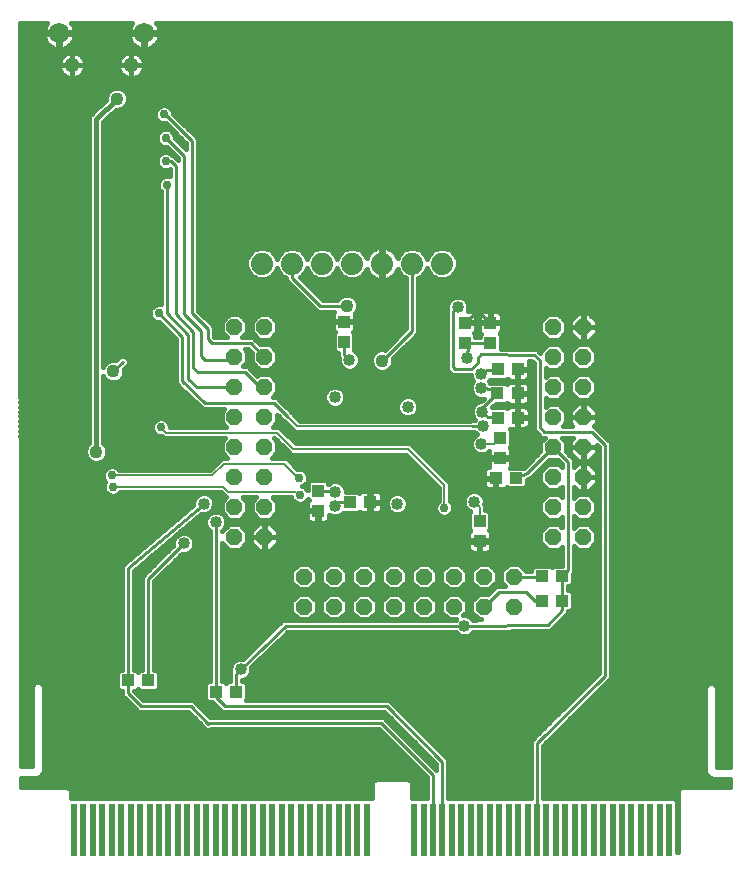
<source format=gbl>
G75*
%MOIN*%
%OFA0B0*%
%FSLAX25Y25*%
%IPPOS*%
%LPD*%
%AMOC8*
5,1,8,0,0,1.08239X$1,22.5*
%
%ADD10R,0.04331X0.03937*%
%ADD11R,0.03937X0.04331*%
%ADD12C,0.05150*%
%ADD13C,0.06791*%
%ADD14OC8,0.05600*%
%ADD15R,0.02264X0.17717*%
%ADD16R,0.02362X0.17717*%
%ADD17C,0.07400*%
%ADD18C,0.04000*%
%ADD19C,0.01600*%
%ADD20C,0.01000*%
%ADD21C,0.04362*%
%ADD22C,0.00800*%
%ADD23C,0.03000*%
D10*
X0040509Y0064192D03*
X0047202Y0064192D03*
X0069705Y0060426D03*
X0076398Y0060426D03*
X0114410Y0123567D03*
X0121103Y0123567D03*
X0163053Y0131597D03*
X0169746Y0131597D03*
X0170294Y0151776D03*
X0163601Y0151776D03*
X0163567Y0159829D03*
X0163591Y0167878D03*
X0170283Y0167878D03*
X0170260Y0159829D03*
X0178419Y0098942D03*
X0185112Y0098942D03*
X0185072Y0090662D03*
X0178379Y0090662D03*
D11*
X0157676Y0110638D03*
X0157676Y0117331D03*
X0164477Y0138302D03*
X0164477Y0144995D03*
X0161161Y0176649D03*
X0161161Y0183342D03*
X0152710Y0183355D03*
X0152710Y0176662D03*
X0112418Y0177090D03*
X0112418Y0183783D03*
X0103742Y0127381D03*
X0103742Y0120688D03*
D12*
X0041499Y0269190D03*
X0021814Y0269190D03*
D13*
X0017493Y0279820D03*
X0045820Y0279820D03*
D14*
X0075893Y0181936D03*
X0075893Y0171936D03*
X0075893Y0161936D03*
X0075893Y0151936D03*
X0075893Y0141936D03*
X0075893Y0131936D03*
X0075893Y0121936D03*
X0075893Y0111936D03*
X0085893Y0111936D03*
X0085893Y0121936D03*
X0085893Y0131936D03*
X0085893Y0141936D03*
X0085893Y0151936D03*
X0085893Y0161936D03*
X0085893Y0171936D03*
X0085893Y0181936D03*
X0099043Y0098786D03*
X0099043Y0088786D03*
X0109043Y0088786D03*
X0119043Y0088786D03*
X0129043Y0088786D03*
X0139043Y0088786D03*
X0149043Y0088786D03*
X0159043Y0088786D03*
X0169043Y0088786D03*
X0169043Y0098786D03*
X0159043Y0098786D03*
X0149043Y0098786D03*
X0139043Y0098786D03*
X0129043Y0098786D03*
X0119043Y0098786D03*
X0109043Y0098786D03*
X0182192Y0111936D03*
X0182192Y0121936D03*
X0182192Y0131936D03*
X0182192Y0141936D03*
X0182192Y0151936D03*
X0182192Y0161936D03*
X0182192Y0171936D03*
X0182192Y0181936D03*
X0192192Y0181936D03*
X0192192Y0171936D03*
X0192192Y0161936D03*
X0192192Y0151936D03*
X0192192Y0141936D03*
X0192192Y0131936D03*
X0192192Y0121936D03*
X0192192Y0111936D03*
D15*
X0192487Y0014449D03*
X0195636Y0014449D03*
X0198786Y0014449D03*
X0201936Y0014449D03*
X0205085Y0014449D03*
X0208235Y0014449D03*
X0211384Y0014449D03*
X0214534Y0014449D03*
X0217684Y0014449D03*
X0220833Y0014449D03*
X0189337Y0014449D03*
X0186188Y0014449D03*
X0183038Y0014449D03*
X0179888Y0014449D03*
X0176739Y0014449D03*
X0173589Y0014449D03*
X0170440Y0014449D03*
X0167290Y0014449D03*
X0164140Y0014449D03*
X0160991Y0014449D03*
X0157841Y0014449D03*
X0154692Y0014449D03*
X0151542Y0014449D03*
X0148392Y0014449D03*
X0145243Y0014449D03*
X0142093Y0014449D03*
X0138944Y0014449D03*
X0135794Y0014449D03*
X0120046Y0014449D03*
X0116896Y0014449D03*
X0113747Y0014449D03*
X0110597Y0014449D03*
X0107447Y0014449D03*
X0104298Y0014449D03*
X0097999Y0014449D03*
X0094849Y0014449D03*
X0091699Y0014449D03*
X0088550Y0014449D03*
X0085400Y0014449D03*
X0082251Y0014449D03*
X0079101Y0014449D03*
X0075951Y0014449D03*
X0072802Y0014449D03*
X0069652Y0014449D03*
X0066503Y0014449D03*
X0063353Y0014449D03*
X0060203Y0014449D03*
X0057054Y0014449D03*
X0053904Y0014449D03*
X0050755Y0014449D03*
X0047605Y0014449D03*
X0044455Y0014449D03*
X0041306Y0014449D03*
X0038156Y0014449D03*
X0035007Y0014449D03*
X0031857Y0014449D03*
X0028707Y0014449D03*
X0025558Y0014449D03*
X0022408Y0014449D03*
D16*
X0101148Y0014449D03*
D17*
X0105100Y0203118D03*
X0095100Y0203118D03*
X0085100Y0203118D03*
X0115100Y0203118D03*
X0125100Y0203118D03*
X0135100Y0203118D03*
X0145100Y0203118D03*
D18*
X0150335Y0188545D03*
X0155682Y0188439D03*
X0153516Y0171478D03*
X0158180Y0166219D03*
X0158152Y0161515D03*
X0153185Y0157689D03*
X0158479Y0153699D03*
X0158857Y0148891D03*
X0158241Y0143009D03*
X0155772Y0123775D03*
X0166711Y0116665D03*
X0152570Y0082412D03*
X0156330Y0079078D03*
X0171626Y0069127D03*
X0130185Y0123074D03*
X0109288Y0122333D03*
X0109476Y0127041D03*
X0133675Y0155310D03*
X0114254Y0170956D03*
X0109395Y0158545D03*
X0069732Y0116844D03*
X0065679Y0123118D03*
X0058968Y0109814D03*
X0077991Y0067861D03*
X0110338Y0071563D03*
X0060537Y0154884D03*
D19*
X0021308Y0027542D02*
X0021308Y0024807D01*
X0121736Y0024807D01*
X0121736Y0030259D01*
X0122937Y0031459D01*
X0133887Y0031459D01*
X0135088Y0030259D01*
X0135088Y0024807D01*
X0140093Y0024807D01*
X0140093Y0031871D01*
X0124023Y0047941D01*
X0068202Y0047941D01*
X0068039Y0047778D01*
X0066382Y0047778D01*
X0065210Y0048950D01*
X0065210Y0048950D01*
X0060494Y0053666D01*
X0043847Y0053666D01*
X0042675Y0054838D01*
X0042675Y0054838D01*
X0039681Y0057832D01*
X0039681Y0057832D01*
X0038509Y0059004D01*
X0038509Y0060723D01*
X0037723Y0060723D01*
X0036844Y0061602D01*
X0036844Y0066781D01*
X0037723Y0067660D01*
X0038501Y0067660D01*
X0038424Y0100787D01*
X0038364Y0100857D01*
X0038422Y0101603D01*
X0038421Y0102351D01*
X0038486Y0102417D01*
X0038493Y0102509D01*
X0039062Y0102995D01*
X0039590Y0103525D01*
X0039682Y0103525D01*
X0062179Y0122757D01*
X0062179Y0123814D01*
X0062712Y0125100D01*
X0063696Y0126085D01*
X0064983Y0126618D01*
X0066375Y0126618D01*
X0067661Y0126085D01*
X0068646Y0125100D01*
X0069179Y0123814D01*
X0069179Y0122422D01*
X0068646Y0121135D01*
X0067661Y0120151D01*
X0066375Y0119618D01*
X0064983Y0119618D01*
X0064767Y0119707D01*
X0042425Y0100608D01*
X0042501Y0067660D01*
X0043296Y0067660D01*
X0043856Y0067100D01*
X0044416Y0067660D01*
X0045202Y0067660D01*
X0045202Y0098877D01*
X0055468Y0109142D01*
X0055468Y0110510D01*
X0056001Y0111797D01*
X0056985Y0112781D01*
X0058272Y0113314D01*
X0059664Y0113314D01*
X0060950Y0112781D01*
X0061935Y0111797D01*
X0062468Y0110510D01*
X0062468Y0109118D01*
X0061935Y0107831D01*
X0060950Y0106847D01*
X0059664Y0106314D01*
X0058296Y0106314D01*
X0049202Y0097220D01*
X0049202Y0067660D01*
X0049989Y0067660D01*
X0050868Y0066781D01*
X0050868Y0061602D01*
X0049989Y0060723D01*
X0044416Y0060723D01*
X0043856Y0061283D01*
X0043296Y0060723D01*
X0042509Y0060723D01*
X0042509Y0060660D01*
X0045504Y0057666D01*
X0062151Y0057666D01*
X0067876Y0051941D01*
X0125680Y0051941D01*
X0126852Y0050769D01*
X0143215Y0034406D01*
X0143215Y0036188D01*
X0125866Y0053538D01*
X0071807Y0053538D01*
X0070636Y0054709D01*
X0068387Y0056958D01*
X0066918Y0056958D01*
X0066040Y0057837D01*
X0066040Y0063016D01*
X0066918Y0063895D01*
X0067705Y0063895D01*
X0067705Y0113921D01*
X0066765Y0114862D01*
X0066232Y0116148D01*
X0066232Y0117540D01*
X0066765Y0118827D01*
X0067749Y0119811D01*
X0069036Y0120344D01*
X0070428Y0120344D01*
X0071715Y0119811D01*
X0072699Y0118827D01*
X0073232Y0117540D01*
X0073232Y0116148D01*
X0072699Y0114862D01*
X0071715Y0113877D01*
X0071705Y0113873D01*
X0071705Y0113829D01*
X0074112Y0116236D01*
X0077674Y0116236D01*
X0080193Y0113717D01*
X0080193Y0110155D01*
X0077674Y0107636D01*
X0074112Y0107636D01*
X0071705Y0110043D01*
X0071705Y0063895D01*
X0072492Y0063895D01*
X0073052Y0063335D01*
X0073611Y0063895D01*
X0074398Y0063895D01*
X0074398Y0067096D01*
X0074491Y0067190D01*
X0074491Y0068557D01*
X0075024Y0069844D01*
X0076009Y0070828D01*
X0077295Y0071361D01*
X0078688Y0071361D01*
X0078709Y0071352D01*
X0091526Y0083835D01*
X0092103Y0084412D01*
X0092118Y0084412D01*
X0092129Y0084423D01*
X0092944Y0084412D01*
X0149621Y0084412D01*
X0149695Y0084486D01*
X0147262Y0084486D01*
X0144743Y0087005D01*
X0144743Y0090568D01*
X0147262Y0093086D01*
X0150824Y0093086D01*
X0153343Y0090568D01*
X0153343Y0087005D01*
X0152249Y0085912D01*
X0153267Y0085912D01*
X0154553Y0085379D01*
X0155481Y0084451D01*
X0158123Y0084486D01*
X0157262Y0084486D01*
X0154743Y0087005D01*
X0154743Y0090568D01*
X0157262Y0093086D01*
X0160514Y0093086D01*
X0163192Y0095764D01*
X0165984Y0095764D01*
X0164743Y0097005D01*
X0164743Y0100568D01*
X0167262Y0103086D01*
X0170824Y0103086D01*
X0173124Y0100786D01*
X0174754Y0100786D01*
X0174754Y0101531D01*
X0175632Y0102410D01*
X0181206Y0102410D01*
X0181765Y0101850D01*
X0182325Y0102410D01*
X0185066Y0102410D01*
X0185066Y0108729D01*
X0183973Y0107636D01*
X0180411Y0107636D01*
X0177892Y0110155D01*
X0177892Y0113717D01*
X0180411Y0116236D01*
X0183973Y0116236D01*
X0185066Y0115144D01*
X0185066Y0118729D01*
X0183973Y0117636D01*
X0180411Y0117636D01*
X0177892Y0120155D01*
X0177892Y0123717D01*
X0180411Y0126236D01*
X0183973Y0126236D01*
X0185066Y0125144D01*
X0185066Y0128729D01*
X0183973Y0127636D01*
X0180411Y0127636D01*
X0177892Y0130155D01*
X0177892Y0133717D01*
X0180411Y0136236D01*
X0183973Y0136236D01*
X0185066Y0135144D01*
X0185066Y0136234D01*
X0183664Y0137636D01*
X0180721Y0137636D01*
X0175114Y0132029D01*
X0174956Y0131639D01*
X0174551Y0131467D01*
X0174240Y0131155D01*
X0173819Y0131155D01*
X0173411Y0130982D01*
X0173411Y0129007D01*
X0172533Y0128128D01*
X0166959Y0128128D01*
X0166612Y0128476D01*
X0166324Y0128188D01*
X0165913Y0127951D01*
X0165455Y0127828D01*
X0163237Y0127828D01*
X0163237Y0131412D01*
X0162869Y0131412D01*
X0162869Y0127828D01*
X0160651Y0127828D01*
X0160193Y0127951D01*
X0159783Y0128188D01*
X0159447Y0128523D01*
X0159210Y0128933D01*
X0159088Y0129391D01*
X0159088Y0131412D01*
X0162869Y0131412D01*
X0162869Y0131781D01*
X0159088Y0131781D01*
X0159088Y0133802D01*
X0159210Y0134260D01*
X0159447Y0134670D01*
X0159783Y0135006D01*
X0160193Y0135243D01*
X0160651Y0135365D01*
X0160875Y0135365D01*
X0160831Y0135442D01*
X0160708Y0135900D01*
X0160708Y0138118D01*
X0164293Y0138118D01*
X0164293Y0138486D01*
X0160708Y0138486D01*
X0160708Y0140526D01*
X0160224Y0140042D01*
X0158937Y0139509D01*
X0157545Y0139509D01*
X0156259Y0140042D01*
X0155274Y0141026D01*
X0154741Y0142313D01*
X0154741Y0143705D01*
X0155274Y0144991D01*
X0156259Y0145976D01*
X0156657Y0146141D01*
X0155907Y0146891D01*
X0154383Y0146891D01*
X0154283Y0146991D01*
X0096092Y0146991D01*
X0094979Y0148104D01*
X0092995Y0150088D01*
X0092853Y0150088D01*
X0090193Y0152748D01*
X0090193Y0150155D01*
X0088712Y0148674D01*
X0090812Y0148674D01*
X0096320Y0143166D01*
X0134543Y0143166D01*
X0146957Y0130752D01*
X0146957Y0130752D01*
X0147730Y0129979D01*
X0147730Y0124080D01*
X0148373Y0123437D01*
X0148830Y0122334D01*
X0148830Y0121141D01*
X0148373Y0120038D01*
X0147529Y0119194D01*
X0146426Y0118738D01*
X0145233Y0118738D01*
X0144130Y0119194D01*
X0143286Y0120038D01*
X0142830Y0121141D01*
X0142830Y0122334D01*
X0143286Y0123437D01*
X0143930Y0124080D01*
X0143930Y0128405D01*
X0132969Y0139366D01*
X0094746Y0139366D01*
X0093633Y0140479D01*
X0089238Y0144874D01*
X0089036Y0144874D01*
X0090193Y0143717D01*
X0090193Y0140155D01*
X0088371Y0138333D01*
X0091821Y0138333D01*
X0091837Y0138349D01*
X0092604Y0138333D01*
X0093372Y0138333D01*
X0093388Y0138316D01*
X0093411Y0138316D01*
X0093942Y0137762D01*
X0094485Y0137220D01*
X0094485Y0137197D01*
X0096875Y0134704D01*
X0098025Y0134704D01*
X0099127Y0134248D01*
X0099971Y0133404D01*
X0100428Y0132301D01*
X0100428Y0131108D01*
X0099971Y0130005D01*
X0099127Y0129161D01*
X0098573Y0128931D01*
X0099396Y0128590D01*
X0100240Y0127746D01*
X0100273Y0127666D01*
X0100273Y0130168D01*
X0101152Y0131046D01*
X0106331Y0131046D01*
X0107210Y0130168D01*
X0107210Y0129726D01*
X0107493Y0130008D01*
X0108779Y0130541D01*
X0110172Y0130541D01*
X0111458Y0130008D01*
X0112443Y0129024D01*
X0112975Y0127737D01*
X0112975Y0127035D01*
X0117196Y0127035D01*
X0117544Y0126688D01*
X0117832Y0126976D01*
X0118243Y0127213D01*
X0118700Y0127335D01*
X0120918Y0127335D01*
X0120918Y0123751D01*
X0121287Y0123751D01*
X0125068Y0123751D01*
X0125068Y0125772D01*
X0124945Y0126230D01*
X0124708Y0126641D01*
X0124373Y0126976D01*
X0123963Y0127213D01*
X0123505Y0127335D01*
X0121287Y0127335D01*
X0121287Y0123751D01*
X0121287Y0123383D01*
X0125068Y0123383D01*
X0125068Y0121362D01*
X0124945Y0120904D01*
X0124708Y0120493D01*
X0124373Y0120158D01*
X0123963Y0119921D01*
X0123505Y0119798D01*
X0121287Y0119798D01*
X0121287Y0123383D01*
X0120918Y0123383D01*
X0120918Y0119798D01*
X0118700Y0119798D01*
X0118243Y0119921D01*
X0117832Y0120158D01*
X0117544Y0120446D01*
X0117196Y0120098D01*
X0112004Y0120098D01*
X0111271Y0119366D01*
X0109985Y0118833D01*
X0108592Y0118833D01*
X0107510Y0119281D01*
X0107510Y0118286D01*
X0107387Y0117828D01*
X0107150Y0117417D01*
X0106815Y0117082D01*
X0106405Y0116845D01*
X0105947Y0116723D01*
X0103926Y0116723D01*
X0103926Y0120504D01*
X0103557Y0120504D01*
X0099973Y0120504D01*
X0099973Y0118286D01*
X0100096Y0117828D01*
X0100333Y0117417D01*
X0100668Y0117082D01*
X0101078Y0116845D01*
X0101536Y0116723D01*
X0103557Y0116723D01*
X0103557Y0120504D01*
X0103557Y0120872D01*
X0099973Y0120872D01*
X0099973Y0123090D01*
X0100096Y0123548D01*
X0100333Y0123959D01*
X0100621Y0124247D01*
X0100322Y0124545D01*
X0100240Y0124348D01*
X0099396Y0123504D01*
X0098293Y0123047D01*
X0097100Y0123047D01*
X0095997Y0123504D01*
X0095153Y0124348D01*
X0094821Y0125151D01*
X0088760Y0125151D01*
X0090193Y0123717D01*
X0090193Y0120155D01*
X0087674Y0117636D01*
X0084112Y0117636D01*
X0081593Y0120155D01*
X0081593Y0123717D01*
X0083027Y0125151D01*
X0078760Y0125151D01*
X0080193Y0123717D01*
X0080193Y0120155D01*
X0077674Y0117636D01*
X0074112Y0117636D01*
X0071593Y0120155D01*
X0071593Y0123717D01*
X0073060Y0125184D01*
X0071448Y0126796D01*
X0037669Y0126796D01*
X0037026Y0126153D01*
X0035923Y0125696D01*
X0034730Y0125696D01*
X0033627Y0126153D01*
X0032783Y0126996D01*
X0032326Y0128099D01*
X0032326Y0129293D01*
X0032783Y0130395D01*
X0032827Y0130440D01*
X0032473Y0130794D01*
X0032016Y0131897D01*
X0032016Y0133090D01*
X0032473Y0134193D01*
X0033317Y0135037D01*
X0034419Y0135494D01*
X0035613Y0135494D01*
X0036716Y0135037D01*
X0037359Y0134394D01*
X0062157Y0134394D01*
X0062247Y0134466D01*
X0062929Y0134394D01*
X0063615Y0134394D01*
X0063628Y0134381D01*
X0067761Y0134381D01*
X0071190Y0137779D01*
X0071743Y0138333D01*
X0071748Y0138333D01*
X0071752Y0138336D01*
X0072533Y0138333D01*
X0073415Y0138333D01*
X0071593Y0140155D01*
X0071593Y0143717D01*
X0072750Y0144874D01*
X0052318Y0144874D01*
X0051676Y0145516D01*
X0050766Y0145516D01*
X0049664Y0145973D01*
X0048820Y0146817D01*
X0048363Y0147919D01*
X0048363Y0149113D01*
X0048820Y0150215D01*
X0049664Y0151059D01*
X0050766Y0151516D01*
X0051960Y0151516D01*
X0053062Y0151059D01*
X0053906Y0150215D01*
X0054363Y0149113D01*
X0054363Y0148674D01*
X0073074Y0148674D01*
X0071593Y0150155D01*
X0071593Y0153717D01*
X0072492Y0154616D01*
X0066072Y0154616D01*
X0065259Y0154604D01*
X0065246Y0154616D01*
X0065229Y0154616D01*
X0064654Y0155191D01*
X0057525Y0162106D01*
X0057508Y0162106D01*
X0056933Y0162681D01*
X0056349Y0163248D01*
X0056349Y0163265D01*
X0056336Y0163278D01*
X0056336Y0164091D01*
X0056324Y0164904D01*
X0056336Y0164917D01*
X0056336Y0177909D01*
X0050842Y0183569D01*
X0050121Y0183569D01*
X0049018Y0184026D01*
X0048174Y0184869D01*
X0047718Y0185972D01*
X0047718Y0187166D01*
X0048174Y0188268D01*
X0049018Y0189112D01*
X0050121Y0189569D01*
X0051314Y0189569D01*
X0051418Y0189526D01*
X0051418Y0227147D01*
X0050875Y0227690D01*
X0050418Y0228792D01*
X0050418Y0229986D01*
X0050875Y0231089D01*
X0051719Y0231932D01*
X0052821Y0232389D01*
X0054015Y0232389D01*
X0054420Y0232221D01*
X0054420Y0234673D01*
X0053572Y0234322D01*
X0052379Y0234322D01*
X0051276Y0234778D01*
X0050432Y0235622D01*
X0049975Y0236725D01*
X0049975Y0237918D01*
X0050432Y0239021D01*
X0051276Y0239865D01*
X0052379Y0240322D01*
X0053572Y0240322D01*
X0054675Y0239865D01*
X0055218Y0239322D01*
X0055458Y0239322D01*
X0056814Y0237966D01*
X0056835Y0237966D01*
X0057067Y0237735D01*
X0057067Y0238280D01*
X0053384Y0241963D01*
X0052409Y0241963D01*
X0051307Y0242420D01*
X0050463Y0243264D01*
X0050006Y0244366D01*
X0050006Y0245560D01*
X0050463Y0246663D01*
X0051307Y0247506D01*
X0052409Y0247963D01*
X0053603Y0247963D01*
X0054705Y0247506D01*
X0055549Y0246663D01*
X0056006Y0245560D01*
X0056006Y0244998D01*
X0059818Y0241185D01*
X0059818Y0243068D01*
X0053060Y0249826D01*
X0053055Y0249823D01*
X0051861Y0249823D01*
X0050759Y0250280D01*
X0049915Y0251124D01*
X0049458Y0252227D01*
X0049458Y0253420D01*
X0049915Y0254523D01*
X0050759Y0255367D01*
X0051861Y0255823D01*
X0053055Y0255823D01*
X0054158Y0255367D01*
X0055001Y0254523D01*
X0055458Y0253420D01*
X0055458Y0253085D01*
X0062647Y0245896D01*
X0063818Y0244724D01*
X0063818Y0187311D01*
X0067944Y0183186D01*
X0069115Y0182014D01*
X0069115Y0178675D01*
X0069322Y0178468D01*
X0073280Y0178468D01*
X0071593Y0180155D01*
X0071593Y0183717D01*
X0074112Y0186236D01*
X0077674Y0186236D01*
X0080193Y0183717D01*
X0080193Y0180155D01*
X0078506Y0178468D01*
X0082190Y0178468D01*
X0084421Y0176236D01*
X0087674Y0176236D01*
X0090193Y0173717D01*
X0090193Y0170155D01*
X0087674Y0167636D01*
X0084112Y0167636D01*
X0081593Y0170155D01*
X0081593Y0173408D01*
X0080533Y0174468D01*
X0079442Y0174468D01*
X0080193Y0173717D01*
X0080193Y0170155D01*
X0078844Y0168806D01*
X0080317Y0168806D01*
X0081488Y0167634D01*
X0083499Y0165623D01*
X0084112Y0166236D01*
X0087674Y0166236D01*
X0090193Y0163717D01*
X0090193Y0160155D01*
X0088654Y0158616D01*
X0089982Y0158616D01*
X0091154Y0157444D01*
X0095682Y0152916D01*
X0095682Y0152775D01*
X0097666Y0150791D01*
X0154256Y0150791D01*
X0154370Y0150905D01*
X0155921Y0150905D01*
X0156122Y0151106D01*
X0155512Y0151716D01*
X0154979Y0153002D01*
X0154979Y0154395D01*
X0155512Y0155681D01*
X0156497Y0156666D01*
X0157783Y0157199D01*
X0158108Y0157199D01*
X0158978Y0158069D01*
X0158848Y0158015D01*
X0157455Y0158015D01*
X0156169Y0158548D01*
X0155184Y0159532D01*
X0154652Y0160819D01*
X0154652Y0162211D01*
X0155184Y0163498D01*
X0155568Y0163882D01*
X0155213Y0164237D01*
X0154680Y0165523D01*
X0154680Y0165823D01*
X0154647Y0165823D01*
X0154608Y0165788D01*
X0153826Y0165823D01*
X0153042Y0165823D01*
X0153026Y0165839D01*
X0151930Y0165839D01*
X0151892Y0165804D01*
X0151109Y0165839D01*
X0150325Y0165839D01*
X0150288Y0165875D01*
X0149322Y0165918D01*
X0148538Y0165918D01*
X0148501Y0165954D01*
X0148450Y0165957D01*
X0147920Y0166535D01*
X0146674Y0167781D01*
X0146674Y0186504D01*
X0146603Y0186591D01*
X0146674Y0187318D01*
X0146674Y0188049D01*
X0146754Y0188128D01*
X0146765Y0188240D01*
X0146835Y0188298D01*
X0146835Y0189241D01*
X0147367Y0190527D01*
X0148352Y0191512D01*
X0149638Y0192045D01*
X0151031Y0192045D01*
X0152317Y0191512D01*
X0153302Y0190527D01*
X0153835Y0189241D01*
X0153835Y0187849D01*
X0153616Y0187320D01*
X0154915Y0187320D01*
X0155373Y0187197D01*
X0155784Y0186960D01*
X0156119Y0186625D01*
X0156356Y0186215D01*
X0156478Y0185757D01*
X0156478Y0183539D01*
X0152894Y0183539D01*
X0152894Y0183170D01*
X0156478Y0183170D01*
X0156478Y0180952D01*
X0156356Y0180495D01*
X0156119Y0180084D01*
X0155831Y0179796D01*
X0156178Y0179449D01*
X0156178Y0178646D01*
X0157692Y0178638D01*
X0157692Y0179436D01*
X0158040Y0179784D01*
X0157752Y0180072D01*
X0157515Y0180482D01*
X0157392Y0180940D01*
X0157392Y0183158D01*
X0160977Y0183158D01*
X0160977Y0183526D01*
X0157392Y0183526D01*
X0157392Y0185744D01*
X0157515Y0186202D01*
X0157752Y0186613D01*
X0158087Y0186948D01*
X0158498Y0187185D01*
X0158955Y0187308D01*
X0160977Y0187308D01*
X0160977Y0183526D01*
X0161345Y0183526D01*
X0164929Y0183526D01*
X0164929Y0185744D01*
X0164807Y0186202D01*
X0164570Y0186613D01*
X0164235Y0186948D01*
X0163824Y0187185D01*
X0163366Y0187308D01*
X0161345Y0187308D01*
X0161345Y0183526D01*
X0161345Y0183158D01*
X0164929Y0183158D01*
X0164929Y0180940D01*
X0164807Y0180482D01*
X0164570Y0180072D01*
X0164282Y0179784D01*
X0164629Y0179436D01*
X0164629Y0174773D01*
X0175741Y0174734D01*
X0176568Y0174734D01*
X0176571Y0174732D01*
X0176575Y0174732D01*
X0177156Y0174147D01*
X0177892Y0173410D01*
X0177892Y0173717D01*
X0180411Y0176236D01*
X0183973Y0176236D01*
X0186492Y0173717D01*
X0186492Y0170155D01*
X0183973Y0167636D01*
X0180411Y0167636D01*
X0179622Y0168426D01*
X0179622Y0165447D01*
X0180411Y0166236D01*
X0183973Y0166236D01*
X0186492Y0163717D01*
X0186492Y0160155D01*
X0183973Y0157636D01*
X0180411Y0157636D01*
X0179622Y0158426D01*
X0179622Y0155447D01*
X0180411Y0156236D01*
X0183973Y0156236D01*
X0186492Y0153717D01*
X0186492Y0150155D01*
X0185455Y0149117D01*
X0188506Y0149117D01*
X0187592Y0150031D01*
X0187592Y0151836D01*
X0192092Y0151836D01*
X0192092Y0152036D01*
X0187592Y0152036D01*
X0187592Y0153841D01*
X0190287Y0156536D01*
X0192092Y0156536D01*
X0192092Y0152036D01*
X0192292Y0152036D01*
X0192292Y0156536D01*
X0194098Y0156536D01*
X0196792Y0153841D01*
X0196792Y0152036D01*
X0192292Y0152036D01*
X0192292Y0151836D01*
X0196792Y0151836D01*
X0196792Y0150031D01*
X0195848Y0149087D01*
X0200149Y0144786D01*
X0201320Y0143614D01*
X0201320Y0064891D01*
X0178739Y0042309D01*
X0178739Y0024807D01*
X0222587Y0024807D01*
X0223465Y0023928D01*
X0223465Y0007050D01*
X0223705Y0007050D01*
X0223705Y0027542D01*
X0224905Y0028743D01*
X0241021Y0028743D01*
X0241020Y0031296D01*
X0235125Y0031296D01*
X0233625Y0032162D01*
X0233625Y0032162D01*
X0233625Y0032162D01*
X0232898Y0033422D01*
X0232760Y0033560D01*
X0232760Y0062030D01*
X0233961Y0063231D01*
X0235659Y0063231D01*
X0236860Y0062030D01*
X0236860Y0035396D01*
X0241019Y0035396D01*
X0240964Y0283147D01*
X0049749Y0283239D01*
X0049783Y0283205D01*
X0050264Y0282543D01*
X0050635Y0281815D01*
X0050888Y0281037D01*
X0051016Y0280229D01*
X0051016Y0280152D01*
X0046152Y0280152D01*
X0046152Y0279488D01*
X0046152Y0274624D01*
X0046229Y0274624D01*
X0047037Y0274752D01*
X0047814Y0275005D01*
X0048543Y0275376D01*
X0049205Y0275857D01*
X0049783Y0276435D01*
X0050264Y0277097D01*
X0050635Y0277826D01*
X0050888Y0278603D01*
X0051016Y0279411D01*
X0051016Y0279488D01*
X0046152Y0279488D01*
X0045488Y0279488D01*
X0045488Y0274624D01*
X0045411Y0274624D01*
X0044603Y0274752D01*
X0043826Y0275005D01*
X0043097Y0275376D01*
X0042435Y0275857D01*
X0041857Y0276435D01*
X0041376Y0277097D01*
X0041005Y0277826D01*
X0040752Y0278603D01*
X0040624Y0279411D01*
X0040624Y0279488D01*
X0045488Y0279488D01*
X0045488Y0280152D01*
X0040624Y0280152D01*
X0040624Y0280229D01*
X0040752Y0281037D01*
X0041005Y0281815D01*
X0041376Y0282543D01*
X0041857Y0283205D01*
X0041895Y0283242D01*
X0021409Y0283252D01*
X0021456Y0283205D01*
X0021937Y0282543D01*
X0022308Y0281815D01*
X0022561Y0281037D01*
X0022689Y0280229D01*
X0022689Y0280152D01*
X0017825Y0280152D01*
X0017825Y0279488D01*
X0017825Y0274624D01*
X0017902Y0274624D01*
X0018710Y0274752D01*
X0019488Y0275005D01*
X0020216Y0275376D01*
X0020878Y0275857D01*
X0021456Y0276435D01*
X0021937Y0277097D01*
X0022308Y0277826D01*
X0022561Y0278603D01*
X0022689Y0279411D01*
X0022689Y0279488D01*
X0017825Y0279488D01*
X0017161Y0279488D01*
X0012298Y0279488D01*
X0012298Y0279411D01*
X0012426Y0278603D01*
X0012678Y0277826D01*
X0013050Y0277097D01*
X0013530Y0276435D01*
X0014109Y0275857D01*
X0014770Y0275376D01*
X0015499Y0275005D01*
X0016277Y0274752D01*
X0017084Y0274624D01*
X0017161Y0274624D01*
X0017161Y0279488D01*
X0017161Y0280152D01*
X0012298Y0280152D01*
X0012298Y0280229D01*
X0012426Y0281037D01*
X0012678Y0281815D01*
X0013050Y0282543D01*
X0013530Y0283205D01*
X0013581Y0283256D01*
X0004510Y0283260D01*
X0004650Y0035593D01*
X0008350Y0035593D01*
X0008350Y0062424D01*
X0009551Y0063625D01*
X0011249Y0063625D01*
X0012450Y0062424D01*
X0012450Y0033859D01*
X0011584Y0032359D01*
X0011584Y0032359D01*
X0010511Y0031740D01*
X0010265Y0031493D01*
X0004652Y0031493D01*
X0004654Y0028743D01*
X0020108Y0028743D01*
X0021308Y0027542D01*
X0021308Y0027485D02*
X0121736Y0027485D01*
X0121736Y0025887D02*
X0021308Y0025887D01*
X0012450Y0033879D02*
X0138085Y0033879D01*
X0136487Y0035478D02*
X0012450Y0035478D01*
X0012450Y0037076D02*
X0134888Y0037076D01*
X0133290Y0038675D02*
X0012450Y0038675D01*
X0012450Y0040273D02*
X0131691Y0040273D01*
X0130093Y0041872D02*
X0012450Y0041872D01*
X0012450Y0043470D02*
X0128494Y0043470D01*
X0126896Y0045069D02*
X0012450Y0045069D01*
X0012450Y0046667D02*
X0125297Y0046667D01*
X0127757Y0049864D02*
X0129539Y0049864D01*
X0129356Y0048266D02*
X0131138Y0048266D01*
X0130954Y0046667D02*
X0132736Y0046667D01*
X0132553Y0045069D02*
X0134335Y0045069D01*
X0134151Y0043470D02*
X0135934Y0043470D01*
X0135750Y0041872D02*
X0137532Y0041872D01*
X0137348Y0040273D02*
X0139131Y0040273D01*
X0138947Y0038675D02*
X0140729Y0038675D01*
X0140545Y0037076D02*
X0142328Y0037076D01*
X0142144Y0035478D02*
X0143215Y0035478D01*
X0147215Y0035478D02*
X0174739Y0035478D01*
X0174739Y0037076D02*
X0147215Y0037076D01*
X0147215Y0037845D02*
X0146044Y0039017D01*
X0127523Y0057538D01*
X0079764Y0057538D01*
X0080063Y0057837D01*
X0080063Y0063016D01*
X0079185Y0063895D01*
X0078398Y0063895D01*
X0078398Y0064361D01*
X0078688Y0064361D01*
X0079974Y0064894D01*
X0080959Y0065879D01*
X0081491Y0067165D01*
X0081491Y0068478D01*
X0093744Y0080412D01*
X0149621Y0080412D01*
X0150588Y0079445D01*
X0151874Y0078912D01*
X0153267Y0078912D01*
X0154553Y0079445D01*
X0155538Y0080429D01*
X0155547Y0080452D01*
X0180447Y0080785D01*
X0181262Y0080785D01*
X0181273Y0080796D01*
X0181289Y0080797D01*
X0181857Y0081381D01*
X0185940Y0085464D01*
X0187112Y0086635D01*
X0187112Y0087193D01*
X0187859Y0087193D01*
X0188737Y0088072D01*
X0188737Y0093252D01*
X0187859Y0094130D01*
X0187072Y0094130D01*
X0187072Y0095473D01*
X0187899Y0095473D01*
X0188777Y0096352D01*
X0188777Y0099779D01*
X0189066Y0100067D01*
X0189066Y0108981D01*
X0190411Y0107636D01*
X0193973Y0107636D01*
X0196492Y0110155D01*
X0196492Y0113717D01*
X0193973Y0116236D01*
X0190411Y0116236D01*
X0189066Y0114891D01*
X0189066Y0118981D01*
X0190411Y0117636D01*
X0193973Y0117636D01*
X0196492Y0120155D01*
X0196492Y0123717D01*
X0193973Y0126236D01*
X0190411Y0126236D01*
X0189066Y0124891D01*
X0189066Y0128557D01*
X0190287Y0127336D01*
X0192092Y0127336D01*
X0192092Y0131836D01*
X0192292Y0131836D01*
X0192292Y0127336D01*
X0194098Y0127336D01*
X0196792Y0130031D01*
X0196792Y0131836D01*
X0192292Y0131836D01*
X0192292Y0132036D01*
X0192092Y0132036D01*
X0192092Y0136536D01*
X0190287Y0136536D01*
X0189066Y0135315D01*
X0189066Y0137891D01*
X0186492Y0140464D01*
X0186492Y0143717D01*
X0185092Y0145117D01*
X0188868Y0145117D01*
X0187592Y0143841D01*
X0187592Y0142036D01*
X0192092Y0142036D01*
X0192092Y0141836D01*
X0187592Y0141836D01*
X0187592Y0140031D01*
X0190287Y0137336D01*
X0192092Y0137336D01*
X0192092Y0141836D01*
X0192292Y0141836D01*
X0192292Y0137336D01*
X0194098Y0137336D01*
X0196792Y0140031D01*
X0196792Y0141836D01*
X0192292Y0141836D01*
X0192292Y0142036D01*
X0196792Y0142036D01*
X0196792Y0142485D01*
X0197320Y0141957D01*
X0197320Y0066547D01*
X0175910Y0045137D01*
X0174739Y0043966D01*
X0174739Y0024807D01*
X0147215Y0024807D01*
X0147215Y0037845D01*
X0146386Y0038675D02*
X0174739Y0038675D01*
X0174739Y0040273D02*
X0144787Y0040273D01*
X0143189Y0041872D02*
X0174739Y0041872D01*
X0174739Y0043470D02*
X0141590Y0043470D01*
X0139992Y0045069D02*
X0175842Y0045069D01*
X0177440Y0046667D02*
X0138393Y0046667D01*
X0136795Y0048266D02*
X0179039Y0048266D01*
X0180637Y0049864D02*
X0135196Y0049864D01*
X0133598Y0051463D02*
X0182236Y0051463D01*
X0183834Y0053061D02*
X0131999Y0053061D01*
X0130401Y0054660D02*
X0185433Y0054660D01*
X0187031Y0056258D02*
X0128802Y0056258D01*
X0126342Y0053061D02*
X0066755Y0053061D01*
X0065157Y0054660D02*
X0070685Y0054660D01*
X0069087Y0056258D02*
X0063558Y0056258D01*
X0066040Y0057857D02*
X0045313Y0057857D01*
X0043714Y0059455D02*
X0066040Y0059455D01*
X0066040Y0061054D02*
X0050320Y0061054D01*
X0050868Y0062652D02*
X0066040Y0062652D01*
X0067705Y0064251D02*
X0050868Y0064251D01*
X0050868Y0065849D02*
X0067705Y0065849D01*
X0067705Y0067448D02*
X0050201Y0067448D01*
X0049202Y0069046D02*
X0067705Y0069046D01*
X0067705Y0070645D02*
X0049202Y0070645D01*
X0049202Y0072243D02*
X0067705Y0072243D01*
X0067705Y0073842D02*
X0049202Y0073842D01*
X0049202Y0075440D02*
X0067705Y0075440D01*
X0067705Y0077039D02*
X0049202Y0077039D01*
X0049202Y0078637D02*
X0067705Y0078637D01*
X0067705Y0080236D02*
X0049202Y0080236D01*
X0049202Y0081834D02*
X0067705Y0081834D01*
X0067705Y0083433D02*
X0049202Y0083433D01*
X0049202Y0085031D02*
X0067705Y0085031D01*
X0067705Y0086630D02*
X0049202Y0086630D01*
X0049202Y0088228D02*
X0067705Y0088228D01*
X0067705Y0089827D02*
X0049202Y0089827D01*
X0049202Y0091426D02*
X0067705Y0091426D01*
X0067705Y0093024D02*
X0049202Y0093024D01*
X0049202Y0094623D02*
X0067705Y0094623D01*
X0067705Y0096221D02*
X0049202Y0096221D01*
X0049802Y0097820D02*
X0067705Y0097820D01*
X0067705Y0099418D02*
X0051400Y0099418D01*
X0052999Y0101017D02*
X0067705Y0101017D01*
X0067705Y0102615D02*
X0054597Y0102615D01*
X0056196Y0104214D02*
X0067705Y0104214D01*
X0067705Y0105812D02*
X0057794Y0105812D01*
X0055335Y0109009D02*
X0052253Y0109009D01*
X0053736Y0107411D02*
X0050383Y0107411D01*
X0052138Y0105812D02*
X0048513Y0105812D01*
X0046643Y0104214D02*
X0050539Y0104214D01*
X0048941Y0102615D02*
X0044773Y0102615D01*
X0042903Y0101017D02*
X0047342Y0101017D01*
X0045744Y0099418D02*
X0042428Y0099418D01*
X0042431Y0097820D02*
X0045202Y0097820D01*
X0045202Y0096221D02*
X0042435Y0096221D01*
X0042439Y0094623D02*
X0045202Y0094623D01*
X0045202Y0093024D02*
X0042442Y0093024D01*
X0042446Y0091426D02*
X0045202Y0091426D01*
X0045202Y0089827D02*
X0042450Y0089827D01*
X0042454Y0088228D02*
X0045202Y0088228D01*
X0045202Y0086630D02*
X0042457Y0086630D01*
X0042461Y0085031D02*
X0045202Y0085031D01*
X0045202Y0083433D02*
X0042465Y0083433D01*
X0042468Y0081834D02*
X0045202Y0081834D01*
X0045202Y0080236D02*
X0042472Y0080236D01*
X0042476Y0078637D02*
X0045202Y0078637D01*
X0045202Y0077039D02*
X0042480Y0077039D01*
X0042483Y0075440D02*
X0045202Y0075440D01*
X0045202Y0073842D02*
X0042487Y0073842D01*
X0042491Y0072243D02*
X0045202Y0072243D01*
X0045202Y0070645D02*
X0042494Y0070645D01*
X0042498Y0069046D02*
X0045202Y0069046D01*
X0044203Y0067448D02*
X0043508Y0067448D01*
X0038498Y0069046D02*
X0004631Y0069046D01*
X0004632Y0067448D02*
X0037510Y0067448D01*
X0036844Y0065849D02*
X0004633Y0065849D01*
X0004634Y0064251D02*
X0036844Y0064251D01*
X0036844Y0062652D02*
X0012222Y0062652D01*
X0012450Y0061054D02*
X0037392Y0061054D01*
X0038509Y0059455D02*
X0012450Y0059455D01*
X0012450Y0057857D02*
X0039656Y0057857D01*
X0041255Y0056258D02*
X0012450Y0056258D01*
X0012450Y0054660D02*
X0042853Y0054660D01*
X0043627Y0061054D02*
X0044085Y0061054D01*
X0038494Y0070645D02*
X0004630Y0070645D01*
X0004629Y0072243D02*
X0038491Y0072243D01*
X0038487Y0073842D02*
X0004628Y0073842D01*
X0004627Y0075440D02*
X0038483Y0075440D01*
X0038480Y0077039D02*
X0004626Y0077039D01*
X0004626Y0078637D02*
X0038476Y0078637D01*
X0038472Y0080236D02*
X0004625Y0080236D01*
X0004624Y0081834D02*
X0038468Y0081834D01*
X0038465Y0083433D02*
X0004623Y0083433D01*
X0004622Y0085031D02*
X0038461Y0085031D01*
X0038457Y0086630D02*
X0004621Y0086630D01*
X0004620Y0088228D02*
X0038454Y0088228D01*
X0038450Y0089827D02*
X0004619Y0089827D01*
X0004618Y0091426D02*
X0038446Y0091426D01*
X0038442Y0093024D02*
X0004617Y0093024D01*
X0004617Y0094623D02*
X0038439Y0094623D01*
X0038435Y0096221D02*
X0004616Y0096221D01*
X0004615Y0097820D02*
X0038431Y0097820D01*
X0038428Y0099418D02*
X0004614Y0099418D01*
X0004613Y0101017D02*
X0038377Y0101017D01*
X0038617Y0102615D02*
X0004612Y0102615D01*
X0004611Y0104214D02*
X0040487Y0104214D01*
X0042357Y0105812D02*
X0004610Y0105812D01*
X0004609Y0107411D02*
X0044227Y0107411D01*
X0046097Y0109009D02*
X0004608Y0109009D01*
X0004607Y0110608D02*
X0047967Y0110608D01*
X0049837Y0112206D02*
X0004607Y0112206D01*
X0004606Y0113805D02*
X0051707Y0113805D01*
X0053577Y0115403D02*
X0004605Y0115403D01*
X0004604Y0117002D02*
X0055447Y0117002D01*
X0057316Y0118600D02*
X0004603Y0118600D01*
X0004602Y0120199D02*
X0059186Y0120199D01*
X0061056Y0121797D02*
X0004601Y0121797D01*
X0004600Y0123396D02*
X0062179Y0123396D01*
X0062668Y0124994D02*
X0004599Y0124994D01*
X0004598Y0126593D02*
X0033187Y0126593D01*
X0032326Y0128191D02*
X0004598Y0128191D01*
X0004597Y0129790D02*
X0032532Y0129790D01*
X0032227Y0131388D02*
X0004596Y0131388D01*
X0004595Y0132987D02*
X0032016Y0132987D01*
X0032865Y0134585D02*
X0004594Y0134585D01*
X0004593Y0136184D02*
X0069580Y0136184D01*
X0071193Y0137782D02*
X0032460Y0137782D01*
X0032977Y0138299D02*
X0033537Y0139652D01*
X0033537Y0141117D01*
X0032977Y0142469D01*
X0032156Y0143290D01*
X0032156Y0165696D01*
X0032404Y0165098D01*
X0033439Y0164063D01*
X0034792Y0163502D01*
X0036257Y0163502D01*
X0037609Y0164063D01*
X0038645Y0165098D01*
X0039205Y0166451D01*
X0039205Y0167916D01*
X0039170Y0168001D01*
X0040697Y0169528D01*
X0040697Y0171185D01*
X0039526Y0172356D01*
X0037869Y0172356D01*
X0036342Y0170829D01*
X0036257Y0170864D01*
X0034792Y0170864D01*
X0033439Y0170304D01*
X0032404Y0169268D01*
X0032156Y0168670D01*
X0032156Y0250231D01*
X0036352Y0254427D01*
X0037513Y0254427D01*
X0038866Y0254988D01*
X0039901Y0256023D01*
X0040462Y0257376D01*
X0040462Y0258841D01*
X0039901Y0260194D01*
X0038866Y0261229D01*
X0037513Y0261790D01*
X0036048Y0261790D01*
X0034695Y0261229D01*
X0033660Y0260194D01*
X0033099Y0258841D01*
X0033099Y0257680D01*
X0028903Y0253484D01*
X0027556Y0252137D01*
X0027556Y0143290D01*
X0026735Y0142469D01*
X0026175Y0141117D01*
X0026175Y0139652D01*
X0026735Y0138299D01*
X0027771Y0137264D01*
X0029124Y0136703D01*
X0030588Y0136703D01*
X0031941Y0137264D01*
X0032977Y0138299D01*
X0033425Y0139381D02*
X0072367Y0139381D01*
X0071593Y0140979D02*
X0033537Y0140979D01*
X0032868Y0142578D02*
X0071593Y0142578D01*
X0072052Y0144176D02*
X0032156Y0144176D01*
X0032156Y0145775D02*
X0050141Y0145775D01*
X0048589Y0147373D02*
X0032156Y0147373D01*
X0032156Y0148972D02*
X0048363Y0148972D01*
X0049175Y0150570D02*
X0032156Y0150570D01*
X0032156Y0152169D02*
X0071593Y0152169D01*
X0071593Y0150570D02*
X0053551Y0150570D01*
X0054363Y0148972D02*
X0072776Y0148972D01*
X0071643Y0153767D02*
X0032156Y0153767D01*
X0032156Y0155366D02*
X0064473Y0155366D01*
X0062825Y0156964D02*
X0032156Y0156964D01*
X0032156Y0158563D02*
X0061178Y0158563D01*
X0059530Y0160161D02*
X0032156Y0160161D01*
X0032156Y0161760D02*
X0057882Y0161760D01*
X0056336Y0163359D02*
X0032156Y0163359D01*
X0032156Y0164957D02*
X0032545Y0164957D01*
X0032888Y0169753D02*
X0032156Y0169753D01*
X0032156Y0171351D02*
X0036864Y0171351D01*
X0040531Y0171351D02*
X0056336Y0171351D01*
X0056336Y0169753D02*
X0040697Y0169753D01*
X0039323Y0168154D02*
X0056336Y0168154D01*
X0056336Y0166556D02*
X0039205Y0166556D01*
X0038504Y0164957D02*
X0056336Y0164957D01*
X0056336Y0172950D02*
X0032156Y0172950D01*
X0032156Y0174548D02*
X0056336Y0174548D01*
X0056336Y0176147D02*
X0032156Y0176147D01*
X0032156Y0177745D02*
X0056336Y0177745D01*
X0054943Y0179344D02*
X0032156Y0179344D01*
X0032156Y0180942D02*
X0053392Y0180942D01*
X0051840Y0182541D02*
X0032156Y0182541D01*
X0032156Y0184139D02*
X0048905Y0184139D01*
X0047815Y0185738D02*
X0032156Y0185738D01*
X0032156Y0187336D02*
X0047788Y0187336D01*
X0048841Y0188935D02*
X0032156Y0188935D01*
X0032156Y0190533D02*
X0051418Y0190533D01*
X0051418Y0192132D02*
X0032156Y0192132D01*
X0032156Y0193730D02*
X0051418Y0193730D01*
X0051418Y0195329D02*
X0032156Y0195329D01*
X0032156Y0196927D02*
X0051418Y0196927D01*
X0051418Y0198526D02*
X0032156Y0198526D01*
X0032156Y0200124D02*
X0051418Y0200124D01*
X0051418Y0201723D02*
X0032156Y0201723D01*
X0032156Y0203321D02*
X0051418Y0203321D01*
X0051418Y0204920D02*
X0032156Y0204920D01*
X0032156Y0206518D02*
X0051418Y0206518D01*
X0051418Y0208117D02*
X0032156Y0208117D01*
X0032156Y0209715D02*
X0051418Y0209715D01*
X0051418Y0211314D02*
X0032156Y0211314D01*
X0032156Y0212912D02*
X0051418Y0212912D01*
X0051418Y0214511D02*
X0032156Y0214511D01*
X0032156Y0216109D02*
X0051418Y0216109D01*
X0051418Y0217708D02*
X0032156Y0217708D01*
X0032156Y0219306D02*
X0051418Y0219306D01*
X0051418Y0220905D02*
X0032156Y0220905D01*
X0032156Y0222503D02*
X0051418Y0222503D01*
X0051418Y0224102D02*
X0032156Y0224102D01*
X0032156Y0225700D02*
X0051418Y0225700D01*
X0051265Y0227299D02*
X0032156Y0227299D01*
X0032156Y0228897D02*
X0050418Y0228897D01*
X0050629Y0230496D02*
X0032156Y0230496D01*
X0032156Y0232095D02*
X0052110Y0232095D01*
X0054420Y0233693D02*
X0032156Y0233693D01*
X0032156Y0235292D02*
X0050763Y0235292D01*
X0049975Y0236890D02*
X0032156Y0236890D01*
X0032156Y0238489D02*
X0050211Y0238489D01*
X0051812Y0240087D02*
X0032156Y0240087D01*
X0032156Y0241686D02*
X0053661Y0241686D01*
X0054138Y0240087D02*
X0055260Y0240087D01*
X0056292Y0238489D02*
X0056858Y0238489D01*
X0059318Y0241686D02*
X0059818Y0241686D01*
X0059602Y0243284D02*
X0057720Y0243284D01*
X0058003Y0244883D02*
X0056121Y0244883D01*
X0056405Y0246481D02*
X0055625Y0246481D01*
X0054806Y0248080D02*
X0032156Y0248080D01*
X0032156Y0249678D02*
X0053208Y0249678D01*
X0049852Y0251277D02*
X0033201Y0251277D01*
X0034800Y0252875D02*
X0049458Y0252875D01*
X0049895Y0254474D02*
X0037624Y0254474D01*
X0039921Y0256072D02*
X0240970Y0256072D01*
X0240970Y0254474D02*
X0055022Y0254474D01*
X0055668Y0252875D02*
X0240971Y0252875D01*
X0240971Y0251277D02*
X0057266Y0251277D01*
X0058865Y0249678D02*
X0240971Y0249678D01*
X0240972Y0248080D02*
X0060463Y0248080D01*
X0062062Y0246481D02*
X0240972Y0246481D01*
X0240973Y0244883D02*
X0063660Y0244883D01*
X0063818Y0243284D02*
X0240973Y0243284D01*
X0240973Y0241686D02*
X0063818Y0241686D01*
X0063818Y0240087D02*
X0240974Y0240087D01*
X0240974Y0238489D02*
X0063818Y0238489D01*
X0063818Y0236890D02*
X0240974Y0236890D01*
X0240975Y0235292D02*
X0063818Y0235292D01*
X0063818Y0233693D02*
X0240975Y0233693D01*
X0240975Y0232095D02*
X0063818Y0232095D01*
X0063818Y0230496D02*
X0240976Y0230496D01*
X0240976Y0228897D02*
X0063818Y0228897D01*
X0063818Y0227299D02*
X0240976Y0227299D01*
X0240977Y0225700D02*
X0063818Y0225700D01*
X0063818Y0224102D02*
X0240977Y0224102D01*
X0240978Y0222503D02*
X0063818Y0222503D01*
X0063818Y0220905D02*
X0240978Y0220905D01*
X0240978Y0219306D02*
X0063818Y0219306D01*
X0063818Y0217708D02*
X0240979Y0217708D01*
X0240979Y0216109D02*
X0063818Y0216109D01*
X0063818Y0214511D02*
X0240979Y0214511D01*
X0240980Y0212912D02*
X0063818Y0212912D01*
X0063818Y0211314D02*
X0240980Y0211314D01*
X0240980Y0209715D02*
X0063818Y0209715D01*
X0063818Y0208117D02*
X0083580Y0208117D01*
X0084066Y0208318D02*
X0082154Y0207526D01*
X0080692Y0206063D01*
X0079900Y0204152D01*
X0079900Y0202083D01*
X0080692Y0200172D01*
X0082154Y0198709D01*
X0084066Y0197918D01*
X0086134Y0197918D01*
X0088046Y0198709D01*
X0089508Y0200172D01*
X0090100Y0201601D01*
X0090692Y0200172D01*
X0092154Y0198709D01*
X0093155Y0198295D01*
X0093155Y0197560D01*
X0094327Y0196388D01*
X0103646Y0187069D01*
X0109025Y0187069D01*
X0109010Y0187053D01*
X0108773Y0186643D01*
X0108650Y0186185D01*
X0108650Y0183967D01*
X0112234Y0183967D01*
X0112234Y0183598D01*
X0108650Y0183598D01*
X0108650Y0181380D01*
X0108773Y0180923D01*
X0109010Y0180512D01*
X0109298Y0180224D01*
X0108950Y0179876D01*
X0108950Y0174303D01*
X0109829Y0173424D01*
X0110418Y0173424D01*
X0110418Y0171963D01*
X0110754Y0171628D01*
X0110754Y0170260D01*
X0111287Y0168974D01*
X0112272Y0167989D01*
X0113558Y0167456D01*
X0114950Y0167456D01*
X0116237Y0167989D01*
X0117221Y0168974D01*
X0117754Y0170260D01*
X0117754Y0171652D01*
X0117221Y0172939D01*
X0116237Y0173923D01*
X0115721Y0174137D01*
X0115887Y0174303D01*
X0115887Y0179876D01*
X0115539Y0180224D01*
X0115827Y0180512D01*
X0116064Y0180923D01*
X0116187Y0181380D01*
X0116187Y0183598D01*
X0112603Y0183598D01*
X0112603Y0183967D01*
X0116187Y0183967D01*
X0116187Y0186185D01*
X0116090Y0186547D01*
X0116526Y0186984D01*
X0117086Y0188337D01*
X0117086Y0189801D01*
X0116526Y0191154D01*
X0115490Y0192189D01*
X0114138Y0192750D01*
X0112673Y0192750D01*
X0111320Y0192189D01*
X0110285Y0191154D01*
X0110249Y0191069D01*
X0105303Y0191069D01*
X0097774Y0198597D01*
X0098046Y0198709D01*
X0099508Y0200172D01*
X0100100Y0201601D01*
X0100692Y0200172D01*
X0102154Y0198709D01*
X0104066Y0197918D01*
X0106134Y0197918D01*
X0108046Y0198709D01*
X0109508Y0200172D01*
X0110100Y0201601D01*
X0110692Y0200172D01*
X0112154Y0198709D01*
X0114066Y0197918D01*
X0116134Y0197918D01*
X0118046Y0198709D01*
X0119508Y0200172D01*
X0119937Y0201208D01*
X0120003Y0201007D01*
X0120396Y0200235D01*
X0120905Y0199535D01*
X0121517Y0198923D01*
X0122217Y0198414D01*
X0122989Y0198021D01*
X0123812Y0197753D01*
X0124667Y0197618D01*
X0124900Y0197618D01*
X0124900Y0202918D01*
X0125300Y0202918D01*
X0125300Y0197618D01*
X0125533Y0197618D01*
X0126388Y0197753D01*
X0127211Y0198021D01*
X0127983Y0198414D01*
X0128683Y0198923D01*
X0129295Y0199535D01*
X0129804Y0200235D01*
X0130197Y0201007D01*
X0130263Y0201208D01*
X0130692Y0200172D01*
X0132154Y0198709D01*
X0133100Y0198318D01*
X0133100Y0181556D01*
X0125976Y0174432D01*
X0125891Y0174467D01*
X0124426Y0174467D01*
X0123073Y0173907D01*
X0122038Y0172871D01*
X0121477Y0171518D01*
X0121477Y0170054D01*
X0122038Y0168701D01*
X0123073Y0167665D01*
X0124426Y0167105D01*
X0125891Y0167105D01*
X0127244Y0167665D01*
X0128279Y0168701D01*
X0128839Y0170054D01*
X0128839Y0171518D01*
X0128804Y0171603D01*
X0135928Y0178728D01*
X0135928Y0178728D01*
X0137100Y0179899D01*
X0137100Y0198318D01*
X0138046Y0198709D01*
X0139508Y0200172D01*
X0140100Y0201601D01*
X0140692Y0200172D01*
X0142154Y0198709D01*
X0144066Y0197918D01*
X0146134Y0197918D01*
X0148046Y0198709D01*
X0149508Y0200172D01*
X0150300Y0202083D01*
X0150300Y0204152D01*
X0149508Y0206063D01*
X0148046Y0207526D01*
X0146134Y0208318D01*
X0144066Y0208318D01*
X0142154Y0207526D01*
X0140692Y0206063D01*
X0140100Y0204635D01*
X0139508Y0206063D01*
X0138046Y0207526D01*
X0136134Y0208318D01*
X0134066Y0208318D01*
X0132154Y0207526D01*
X0130692Y0206063D01*
X0130263Y0205027D01*
X0130197Y0205229D01*
X0129804Y0206000D01*
X0129295Y0206701D01*
X0128683Y0207313D01*
X0127983Y0207822D01*
X0127211Y0208215D01*
X0126388Y0208482D01*
X0125533Y0208618D01*
X0125300Y0208618D01*
X0125300Y0203318D01*
X0124900Y0203318D01*
X0124900Y0208618D01*
X0124667Y0208618D01*
X0123812Y0208482D01*
X0122989Y0208215D01*
X0122217Y0207822D01*
X0121517Y0207313D01*
X0120905Y0206701D01*
X0120396Y0206000D01*
X0120003Y0205229D01*
X0119937Y0205027D01*
X0119508Y0206063D01*
X0118046Y0207526D01*
X0116134Y0208318D01*
X0114066Y0208318D01*
X0112154Y0207526D01*
X0110692Y0206063D01*
X0110100Y0204635D01*
X0109508Y0206063D01*
X0108046Y0207526D01*
X0106134Y0208318D01*
X0104066Y0208318D01*
X0102154Y0207526D01*
X0100692Y0206063D01*
X0100100Y0204635D01*
X0099508Y0206063D01*
X0098046Y0207526D01*
X0096134Y0208318D01*
X0094066Y0208318D01*
X0092154Y0207526D01*
X0090692Y0206063D01*
X0090100Y0204635D01*
X0089508Y0206063D01*
X0088046Y0207526D01*
X0086134Y0208318D01*
X0084066Y0208318D01*
X0086620Y0208117D02*
X0093580Y0208117D01*
X0091147Y0206518D02*
X0089053Y0206518D01*
X0089982Y0204920D02*
X0090218Y0204920D01*
X0090740Y0200124D02*
X0089460Y0200124D01*
X0087602Y0198526D02*
X0092598Y0198526D01*
X0093788Y0196927D02*
X0063818Y0196927D01*
X0063818Y0195329D02*
X0095386Y0195329D01*
X0096985Y0193730D02*
X0063818Y0193730D01*
X0063818Y0192132D02*
X0098583Y0192132D01*
X0100182Y0190533D02*
X0063818Y0190533D01*
X0063818Y0188935D02*
X0101780Y0188935D01*
X0103379Y0187336D02*
X0063818Y0187336D01*
X0065392Y0185738D02*
X0073614Y0185738D01*
X0072015Y0184139D02*
X0066990Y0184139D01*
X0068589Y0182541D02*
X0071593Y0182541D01*
X0071593Y0180942D02*
X0069115Y0180942D01*
X0069115Y0179344D02*
X0072404Y0179344D01*
X0078173Y0185738D02*
X0083614Y0185738D01*
X0084112Y0186236D02*
X0081593Y0183717D01*
X0081593Y0180155D01*
X0084112Y0177636D01*
X0087674Y0177636D01*
X0090193Y0180155D01*
X0090193Y0183717D01*
X0087674Y0186236D01*
X0084112Y0186236D01*
X0082015Y0184139D02*
X0079771Y0184139D01*
X0080193Y0182541D02*
X0081593Y0182541D01*
X0081593Y0180942D02*
X0080193Y0180942D01*
X0079382Y0179344D02*
X0082404Y0179344D01*
X0082912Y0177745D02*
X0084003Y0177745D01*
X0087783Y0177745D02*
X0108950Y0177745D01*
X0108950Y0176147D02*
X0087764Y0176147D01*
X0089362Y0174548D02*
X0108950Y0174548D01*
X0110418Y0172950D02*
X0090193Y0172950D01*
X0090193Y0171351D02*
X0110754Y0171351D01*
X0110964Y0169753D02*
X0089791Y0169753D01*
X0088192Y0168154D02*
X0112106Y0168154D01*
X0116402Y0168154D02*
X0122584Y0168154D01*
X0121602Y0169753D02*
X0117544Y0169753D01*
X0117754Y0171351D02*
X0121477Y0171351D01*
X0122116Y0172950D02*
X0117210Y0172950D01*
X0115887Y0174548D02*
X0126092Y0174548D01*
X0127691Y0176147D02*
X0115887Y0176147D01*
X0115887Y0177745D02*
X0129289Y0177745D01*
X0130888Y0179344D02*
X0115887Y0179344D01*
X0116069Y0180942D02*
X0132486Y0180942D01*
X0133100Y0182541D02*
X0116187Y0182541D01*
X0116187Y0184139D02*
X0133100Y0184139D01*
X0133100Y0185738D02*
X0116187Y0185738D01*
X0116672Y0187336D02*
X0133100Y0187336D01*
X0133100Y0188935D02*
X0117086Y0188935D01*
X0116783Y0190533D02*
X0133100Y0190533D01*
X0133100Y0192132D02*
X0115548Y0192132D01*
X0111262Y0192132D02*
X0104240Y0192132D01*
X0102641Y0193730D02*
X0133100Y0193730D01*
X0133100Y0195329D02*
X0101043Y0195329D01*
X0099444Y0196927D02*
X0133100Y0196927D01*
X0132598Y0198526D02*
X0128137Y0198526D01*
X0129723Y0200124D02*
X0130740Y0200124D01*
X0125300Y0200124D02*
X0124900Y0200124D01*
X0124900Y0198526D02*
X0125300Y0198526D01*
X0125300Y0201723D02*
X0124900Y0201723D01*
X0124900Y0203321D02*
X0125300Y0203321D01*
X0125300Y0204920D02*
X0124900Y0204920D01*
X0124900Y0206518D02*
X0125300Y0206518D01*
X0125300Y0208117D02*
X0124900Y0208117D01*
X0122796Y0208117D02*
X0116620Y0208117D01*
X0119053Y0206518D02*
X0120772Y0206518D01*
X0127404Y0208117D02*
X0133580Y0208117D01*
X0131147Y0206518D02*
X0129428Y0206518D01*
X0136620Y0208117D02*
X0143580Y0208117D01*
X0141147Y0206518D02*
X0139053Y0206518D01*
X0139982Y0204920D02*
X0140218Y0204920D01*
X0140740Y0200124D02*
X0139460Y0200124D01*
X0137602Y0198526D02*
X0142598Y0198526D01*
X0147602Y0198526D02*
X0240983Y0198526D01*
X0240983Y0200124D02*
X0149460Y0200124D01*
X0150151Y0201723D02*
X0240982Y0201723D01*
X0240982Y0203321D02*
X0150300Y0203321D01*
X0149982Y0204920D02*
X0240981Y0204920D01*
X0240981Y0206518D02*
X0149053Y0206518D01*
X0146620Y0208117D02*
X0240981Y0208117D01*
X0240983Y0196927D02*
X0137100Y0196927D01*
X0137100Y0195329D02*
X0240984Y0195329D01*
X0240984Y0193730D02*
X0137100Y0193730D01*
X0137100Y0192132D02*
X0240984Y0192132D01*
X0240985Y0190533D02*
X0153296Y0190533D01*
X0153835Y0188935D02*
X0240985Y0188935D01*
X0240985Y0187336D02*
X0153622Y0187336D01*
X0156478Y0185738D02*
X0157392Y0185738D01*
X0157392Y0184139D02*
X0156478Y0184139D01*
X0156478Y0182541D02*
X0157392Y0182541D01*
X0157392Y0180942D02*
X0156476Y0180942D01*
X0156178Y0179344D02*
X0157692Y0179344D01*
X0160977Y0184139D02*
X0161345Y0184139D01*
X0161345Y0185738D02*
X0160977Y0185738D01*
X0164929Y0185738D02*
X0179913Y0185738D01*
X0180411Y0186236D02*
X0177892Y0183717D01*
X0177892Y0180155D01*
X0180411Y0177636D01*
X0183973Y0177636D01*
X0186492Y0180155D01*
X0186492Y0183717D01*
X0183973Y0186236D01*
X0180411Y0186236D01*
X0178314Y0184139D02*
X0164929Y0184139D01*
X0164929Y0182541D02*
X0177892Y0182541D01*
X0177892Y0180942D02*
X0164929Y0180942D01*
X0164629Y0179344D02*
X0178704Y0179344D01*
X0180302Y0177745D02*
X0164629Y0177745D01*
X0164629Y0176147D02*
X0180322Y0176147D01*
X0178723Y0174548D02*
X0176757Y0174548D01*
X0174908Y0170737D02*
X0174011Y0170740D01*
X0174126Y0170541D01*
X0174249Y0170084D01*
X0174249Y0168062D01*
X0170468Y0168062D01*
X0170468Y0167694D01*
X0174249Y0167694D01*
X0174249Y0165673D01*
X0174126Y0165215D01*
X0173889Y0164804D01*
X0173554Y0164469D01*
X0173144Y0164232D01*
X0172686Y0164110D01*
X0170468Y0164110D01*
X0170468Y0167694D01*
X0170099Y0167694D01*
X0170099Y0164110D01*
X0167881Y0164110D01*
X0167423Y0164232D01*
X0167013Y0164469D01*
X0166725Y0164757D01*
X0166377Y0164410D01*
X0161219Y0164410D01*
X0161147Y0164237D01*
X0160763Y0163853D01*
X0161119Y0163498D01*
X0161201Y0163298D01*
X0166353Y0163298D01*
X0166701Y0162950D01*
X0166989Y0163238D01*
X0167399Y0163475D01*
X0167857Y0163598D01*
X0170075Y0163598D01*
X0170075Y0160014D01*
X0170444Y0160014D01*
X0170444Y0163598D01*
X0172662Y0163598D01*
X0173120Y0163475D01*
X0173530Y0163238D01*
X0173865Y0162903D01*
X0174102Y0162493D01*
X0174225Y0162035D01*
X0174225Y0160014D01*
X0170444Y0160014D01*
X0170444Y0159645D01*
X0174225Y0159645D01*
X0174225Y0157624D01*
X0174102Y0157166D01*
X0173865Y0156756D01*
X0173530Y0156420D01*
X0173120Y0156183D01*
X0172662Y0156061D01*
X0170444Y0156061D01*
X0170444Y0159645D01*
X0170075Y0159645D01*
X0170075Y0156061D01*
X0167857Y0156061D01*
X0167399Y0156183D01*
X0166989Y0156420D01*
X0166701Y0156708D01*
X0166353Y0156361D01*
X0162927Y0156361D01*
X0161810Y0155244D01*
X0166387Y0155244D01*
X0166735Y0154897D01*
X0167023Y0155185D01*
X0167434Y0155422D01*
X0167891Y0155544D01*
X0170109Y0155544D01*
X0170109Y0151960D01*
X0170478Y0151960D01*
X0174259Y0151960D01*
X0174259Y0153981D01*
X0174136Y0154439D01*
X0173899Y0154850D01*
X0173564Y0155185D01*
X0173154Y0155422D01*
X0172696Y0155544D01*
X0170478Y0155544D01*
X0170478Y0151960D01*
X0170478Y0151592D01*
X0174259Y0151592D01*
X0174259Y0149570D01*
X0174136Y0149113D01*
X0173899Y0148702D01*
X0173564Y0148367D01*
X0173154Y0148130D01*
X0172696Y0148007D01*
X0170478Y0148007D01*
X0170478Y0151592D01*
X0170109Y0151592D01*
X0170109Y0148007D01*
X0167891Y0148007D01*
X0167657Y0148070D01*
X0167945Y0147782D01*
X0167945Y0142208D01*
X0167598Y0141861D01*
X0167886Y0141573D01*
X0168123Y0141162D01*
X0168245Y0140704D01*
X0168245Y0138486D01*
X0164661Y0138486D01*
X0164661Y0138118D01*
X0168245Y0138118D01*
X0168245Y0135900D01*
X0168123Y0135442D01*
X0167905Y0135065D01*
X0172493Y0135065D01*
X0177892Y0140464D01*
X0177892Y0143717D01*
X0179293Y0145117D01*
X0178144Y0145117D01*
X0176972Y0146289D01*
X0175622Y0147639D01*
X0175622Y0170024D01*
X0174908Y0170737D01*
X0174249Y0169753D02*
X0175622Y0169753D01*
X0175622Y0168154D02*
X0174249Y0168154D01*
X0174249Y0166556D02*
X0175622Y0166556D01*
X0175622Y0164957D02*
X0173977Y0164957D01*
X0173322Y0163359D02*
X0175622Y0163359D01*
X0175622Y0161760D02*
X0174225Y0161760D01*
X0174225Y0160161D02*
X0175622Y0160161D01*
X0175622Y0158563D02*
X0174225Y0158563D01*
X0173986Y0156964D02*
X0175622Y0156964D01*
X0175622Y0155366D02*
X0173250Y0155366D01*
X0174259Y0153767D02*
X0175622Y0153767D01*
X0175622Y0152169D02*
X0174259Y0152169D01*
X0174259Y0150570D02*
X0175622Y0150570D01*
X0175622Y0148972D02*
X0174055Y0148972D01*
X0175888Y0147373D02*
X0167945Y0147373D01*
X0167945Y0145775D02*
X0177486Y0145775D01*
X0178352Y0144176D02*
X0167945Y0144176D01*
X0167945Y0142578D02*
X0177892Y0142578D01*
X0177892Y0140979D02*
X0168172Y0140979D01*
X0168245Y0139381D02*
X0176809Y0139381D01*
X0175210Y0137782D02*
X0168245Y0137782D01*
X0168245Y0136184D02*
X0173612Y0136184D01*
X0176071Y0132987D02*
X0177892Y0132987D01*
X0177892Y0131388D02*
X0174473Y0131388D01*
X0173411Y0129790D02*
X0178257Y0129790D01*
X0179856Y0128191D02*
X0172596Y0128191D01*
X0177892Y0123396D02*
X0159271Y0123396D01*
X0159271Y0123079D02*
X0159271Y0124471D01*
X0158739Y0125757D01*
X0157754Y0126742D01*
X0156468Y0127275D01*
X0155075Y0127275D01*
X0153789Y0126742D01*
X0152804Y0125757D01*
X0152272Y0124471D01*
X0152272Y0123079D01*
X0152804Y0121792D01*
X0153789Y0120808D01*
X0154573Y0120483D01*
X0154208Y0120117D01*
X0154208Y0114544D01*
X0154556Y0114196D01*
X0154268Y0113908D01*
X0154031Y0113498D01*
X0153908Y0113040D01*
X0153908Y0110822D01*
X0157492Y0110822D01*
X0157492Y0110453D01*
X0157861Y0110453D01*
X0157861Y0106672D01*
X0159882Y0106672D01*
X0160340Y0106795D01*
X0160750Y0107032D01*
X0161085Y0107367D01*
X0161322Y0107778D01*
X0161445Y0108235D01*
X0161445Y0110453D01*
X0157861Y0110453D01*
X0157861Y0110822D01*
X0161445Y0110822D01*
X0161445Y0113040D01*
X0161322Y0113498D01*
X0161085Y0113908D01*
X0160797Y0114196D01*
X0161145Y0114544D01*
X0161145Y0120117D01*
X0160266Y0120996D01*
X0159576Y0120996D01*
X0159576Y0122657D01*
X0159237Y0122996D01*
X0159271Y0123079D01*
X0159576Y0121797D02*
X0177892Y0121797D01*
X0177892Y0120199D02*
X0161063Y0120199D01*
X0161145Y0118600D02*
X0179447Y0118600D01*
X0179578Y0115403D02*
X0161145Y0115403D01*
X0161145Y0113805D02*
X0177980Y0113805D01*
X0177892Y0112206D02*
X0161445Y0112206D01*
X0161445Y0109009D02*
X0179038Y0109009D01*
X0177892Y0110608D02*
X0157861Y0110608D01*
X0157492Y0110608D02*
X0090493Y0110608D01*
X0090493Y0110031D02*
X0090493Y0111836D01*
X0085993Y0111836D01*
X0085993Y0107336D01*
X0087798Y0107336D01*
X0090493Y0110031D01*
X0089472Y0109009D02*
X0153908Y0109009D01*
X0153908Y0108235D02*
X0154031Y0107778D01*
X0154268Y0107367D01*
X0154603Y0107032D01*
X0155013Y0106795D01*
X0155471Y0106672D01*
X0157492Y0106672D01*
X0157492Y0110453D01*
X0153908Y0110453D01*
X0153908Y0108235D01*
X0154242Y0107411D02*
X0087873Y0107411D01*
X0085993Y0107411D02*
X0085793Y0107411D01*
X0085793Y0107336D02*
X0085793Y0111836D01*
X0081293Y0111836D01*
X0081293Y0110031D01*
X0083988Y0107336D01*
X0085793Y0107336D01*
X0085793Y0109009D02*
X0085993Y0109009D01*
X0085993Y0110608D02*
X0085793Y0110608D01*
X0085793Y0111836D02*
X0085993Y0111836D01*
X0085993Y0112036D01*
X0085793Y0112036D01*
X0085793Y0111836D01*
X0085793Y0112036D02*
X0081293Y0112036D01*
X0081293Y0113841D01*
X0083988Y0116536D01*
X0085793Y0116536D01*
X0085793Y0112036D01*
X0085793Y0112206D02*
X0085993Y0112206D01*
X0085993Y0112036D02*
X0085993Y0116536D01*
X0087798Y0116536D01*
X0090493Y0113841D01*
X0090493Y0112036D01*
X0085993Y0112036D01*
X0085993Y0113805D02*
X0085793Y0113805D01*
X0085793Y0115403D02*
X0085993Y0115403D01*
X0088931Y0115403D02*
X0154208Y0115403D01*
X0154208Y0113805D02*
X0090493Y0113805D01*
X0090493Y0112206D02*
X0153908Y0112206D01*
X0157492Y0109009D02*
X0157861Y0109009D01*
X0157861Y0107411D02*
X0157492Y0107411D01*
X0161110Y0107411D02*
X0185066Y0107411D01*
X0185066Y0105812D02*
X0071705Y0105812D01*
X0071705Y0104214D02*
X0185066Y0104214D01*
X0185066Y0102615D02*
X0171295Y0102615D01*
X0172894Y0101017D02*
X0174754Y0101017D01*
X0166790Y0102615D02*
X0161295Y0102615D01*
X0160824Y0103086D02*
X0157262Y0103086D01*
X0154743Y0100568D01*
X0154743Y0097005D01*
X0157262Y0094486D01*
X0160824Y0094486D01*
X0163343Y0097005D01*
X0163343Y0100568D01*
X0160824Y0103086D01*
X0162894Y0101017D02*
X0165192Y0101017D01*
X0164743Y0099418D02*
X0163343Y0099418D01*
X0163343Y0097820D02*
X0164743Y0097820D01*
X0165527Y0096221D02*
X0162558Y0096221D01*
X0162050Y0094623D02*
X0160960Y0094623D01*
X0157126Y0094623D02*
X0150960Y0094623D01*
X0150824Y0094486D02*
X0153343Y0097005D01*
X0153343Y0100568D01*
X0150824Y0103086D01*
X0147262Y0103086D01*
X0144743Y0100568D01*
X0144743Y0097005D01*
X0147262Y0094486D01*
X0150824Y0094486D01*
X0150886Y0093024D02*
X0157199Y0093024D01*
X0155601Y0091426D02*
X0152485Y0091426D01*
X0153343Y0089827D02*
X0154743Y0089827D01*
X0154743Y0088228D02*
X0153343Y0088228D01*
X0152967Y0086630D02*
X0155118Y0086630D01*
X0154901Y0085031D02*
X0156717Y0085031D01*
X0155344Y0080236D02*
X0197320Y0080236D01*
X0197320Y0081834D02*
X0182311Y0081834D01*
X0183910Y0083433D02*
X0197320Y0083433D01*
X0197320Y0085031D02*
X0185508Y0085031D01*
X0187107Y0086630D02*
X0197320Y0086630D01*
X0197320Y0088228D02*
X0188737Y0088228D01*
X0188737Y0089827D02*
X0197320Y0089827D01*
X0197320Y0091426D02*
X0188737Y0091426D01*
X0188737Y0093024D02*
X0197320Y0093024D01*
X0197320Y0094623D02*
X0187072Y0094623D01*
X0188646Y0096221D02*
X0197320Y0096221D01*
X0197320Y0097820D02*
X0188777Y0097820D01*
X0188777Y0099418D02*
X0197320Y0099418D01*
X0197320Y0101017D02*
X0189066Y0101017D01*
X0189066Y0102615D02*
X0197320Y0102615D01*
X0197320Y0104214D02*
X0189066Y0104214D01*
X0189066Y0105812D02*
X0197320Y0105812D01*
X0197320Y0107411D02*
X0189066Y0107411D01*
X0195346Y0109009D02*
X0197320Y0109009D01*
X0197320Y0110608D02*
X0196492Y0110608D01*
X0196492Y0112206D02*
X0197320Y0112206D01*
X0197320Y0113805D02*
X0196405Y0113805D01*
X0197320Y0115403D02*
X0194806Y0115403D01*
X0197320Y0117002D02*
X0189066Y0117002D01*
X0189066Y0118600D02*
X0189447Y0118600D01*
X0189578Y0115403D02*
X0189066Y0115403D01*
X0185066Y0115403D02*
X0184806Y0115403D01*
X0185066Y0117002D02*
X0161145Y0117002D01*
X0154208Y0117002D02*
X0106676Y0117002D01*
X0107510Y0118600D02*
X0154208Y0118600D01*
X0154289Y0120199D02*
X0148439Y0120199D01*
X0148830Y0121797D02*
X0152802Y0121797D01*
X0152272Y0123396D02*
X0148390Y0123396D01*
X0147730Y0124994D02*
X0152488Y0124994D01*
X0153640Y0126593D02*
X0147730Y0126593D01*
X0147730Y0128191D02*
X0159779Y0128191D01*
X0159088Y0129790D02*
X0147730Y0129790D01*
X0146321Y0131388D02*
X0159088Y0131388D01*
X0159088Y0132987D02*
X0144722Y0132987D01*
X0143124Y0134585D02*
X0159398Y0134585D01*
X0160708Y0136184D02*
X0141525Y0136184D01*
X0139927Y0137782D02*
X0160708Y0137782D01*
X0160708Y0139381D02*
X0138328Y0139381D01*
X0136730Y0140979D02*
X0155321Y0140979D01*
X0154741Y0142578D02*
X0135131Y0142578D01*
X0134553Y0137782D02*
X0093923Y0137782D01*
X0094731Y0139381D02*
X0089419Y0139381D01*
X0090193Y0140979D02*
X0093133Y0140979D01*
X0091534Y0142578D02*
X0090193Y0142578D01*
X0089936Y0144176D02*
X0089734Y0144176D01*
X0092113Y0147373D02*
X0095709Y0147373D01*
X0094111Y0148972D02*
X0089010Y0148972D01*
X0090193Y0150570D02*
X0092371Y0150570D01*
X0090773Y0152169D02*
X0090193Y0152169D01*
X0093232Y0155366D02*
X0107925Y0155366D01*
X0107413Y0155578D02*
X0108699Y0155045D01*
X0110092Y0155045D01*
X0111378Y0155578D01*
X0112363Y0156563D01*
X0112895Y0157849D01*
X0112895Y0159242D01*
X0112363Y0160528D01*
X0111378Y0161513D01*
X0110092Y0162045D01*
X0108699Y0162045D01*
X0107413Y0161513D01*
X0106428Y0160528D01*
X0105895Y0159242D01*
X0105895Y0157849D01*
X0106428Y0156563D01*
X0107413Y0155578D01*
X0106262Y0156964D02*
X0091634Y0156964D01*
X0090035Y0158563D02*
X0105895Y0158563D01*
X0106277Y0160161D02*
X0090193Y0160161D01*
X0090193Y0161760D02*
X0108010Y0161760D01*
X0110781Y0161760D02*
X0154652Y0161760D01*
X0154924Y0160161D02*
X0112514Y0160161D01*
X0112895Y0158563D02*
X0132384Y0158563D01*
X0132979Y0158810D02*
X0131693Y0158277D01*
X0130708Y0157292D01*
X0130175Y0156006D01*
X0130175Y0154613D01*
X0130708Y0153327D01*
X0131693Y0152342D01*
X0132979Y0151810D01*
X0134371Y0151810D01*
X0135658Y0152342D01*
X0136642Y0153327D01*
X0137175Y0154613D01*
X0137175Y0156006D01*
X0136642Y0157292D01*
X0135658Y0158277D01*
X0134371Y0158810D01*
X0132979Y0158810D01*
X0134967Y0158563D02*
X0156154Y0158563D01*
X0157218Y0156964D02*
X0136778Y0156964D01*
X0137175Y0155366D02*
X0155382Y0155366D01*
X0154979Y0153767D02*
X0136825Y0153767D01*
X0135239Y0152169D02*
X0155325Y0152169D01*
X0156057Y0145775D02*
X0093711Y0145775D01*
X0095310Y0144176D02*
X0154936Y0144176D01*
X0161932Y0155366D02*
X0167337Y0155366D01*
X0170109Y0155366D02*
X0170478Y0155366D01*
X0170478Y0153767D02*
X0170109Y0153767D01*
X0170109Y0152169D02*
X0170478Y0152169D01*
X0170478Y0150570D02*
X0170109Y0150570D01*
X0170109Y0148972D02*
X0170478Y0148972D01*
X0170444Y0156964D02*
X0170075Y0156964D01*
X0170075Y0158563D02*
X0170444Y0158563D01*
X0170444Y0160161D02*
X0170075Y0160161D01*
X0170075Y0161760D02*
X0170444Y0161760D01*
X0170444Y0163359D02*
X0170075Y0163359D01*
X0170099Y0164957D02*
X0170468Y0164957D01*
X0170468Y0166556D02*
X0170099Y0166556D01*
X0167197Y0163359D02*
X0161176Y0163359D01*
X0155127Y0163359D02*
X0090193Y0163359D01*
X0088953Y0164957D02*
X0154915Y0164957D01*
X0147900Y0166556D02*
X0082567Y0166556D01*
X0083594Y0168154D02*
X0080969Y0168154D01*
X0081995Y0169753D02*
X0079791Y0169753D01*
X0080193Y0171351D02*
X0081593Y0171351D01*
X0081593Y0172950D02*
X0080193Y0172950D01*
X0089382Y0179344D02*
X0108950Y0179344D01*
X0108767Y0180942D02*
X0090193Y0180942D01*
X0090193Y0182541D02*
X0108650Y0182541D01*
X0108650Y0184139D02*
X0089771Y0184139D01*
X0088173Y0185738D02*
X0108650Y0185738D01*
X0107602Y0198526D02*
X0112598Y0198526D01*
X0110740Y0200124D02*
X0109460Y0200124D01*
X0109982Y0204920D02*
X0110218Y0204920D01*
X0111147Y0206518D02*
X0109053Y0206518D01*
X0106620Y0208117D02*
X0113580Y0208117D01*
X0119460Y0200124D02*
X0120477Y0200124D01*
X0122063Y0198526D02*
X0117602Y0198526D01*
X0103580Y0208117D02*
X0096620Y0208117D01*
X0099053Y0206518D02*
X0101147Y0206518D01*
X0100218Y0204920D02*
X0099982Y0204920D01*
X0099460Y0200124D02*
X0100740Y0200124D01*
X0102598Y0198526D02*
X0097846Y0198526D01*
X0082598Y0198526D02*
X0063818Y0198526D01*
X0063818Y0200124D02*
X0080740Y0200124D01*
X0080049Y0201723D02*
X0063818Y0201723D01*
X0063818Y0203321D02*
X0079900Y0203321D01*
X0080218Y0204920D02*
X0063818Y0204920D01*
X0063818Y0206518D02*
X0081147Y0206518D01*
X0050454Y0243284D02*
X0032156Y0243284D01*
X0032156Y0244883D02*
X0050006Y0244883D01*
X0050388Y0246481D02*
X0032156Y0246481D01*
X0027556Y0246481D02*
X0004531Y0246481D01*
X0004532Y0244883D02*
X0027556Y0244883D01*
X0027556Y0243284D02*
X0004533Y0243284D01*
X0004533Y0241686D02*
X0027556Y0241686D01*
X0027556Y0240087D02*
X0004534Y0240087D01*
X0004535Y0238489D02*
X0027556Y0238489D01*
X0027556Y0236890D02*
X0004536Y0236890D01*
X0004537Y0235292D02*
X0027556Y0235292D01*
X0027556Y0233693D02*
X0004538Y0233693D01*
X0004539Y0232095D02*
X0027556Y0232095D01*
X0027556Y0230496D02*
X0004540Y0230496D01*
X0004541Y0228897D02*
X0027556Y0228897D01*
X0027556Y0227299D02*
X0004542Y0227299D01*
X0004542Y0225700D02*
X0027556Y0225700D01*
X0027556Y0224102D02*
X0004543Y0224102D01*
X0004544Y0222503D02*
X0027556Y0222503D01*
X0027556Y0220905D02*
X0004545Y0220905D01*
X0004546Y0219306D02*
X0027556Y0219306D01*
X0027556Y0217708D02*
X0004547Y0217708D01*
X0004548Y0216109D02*
X0027556Y0216109D01*
X0027556Y0214511D02*
X0004549Y0214511D01*
X0004550Y0212912D02*
X0027556Y0212912D01*
X0027556Y0211314D02*
X0004551Y0211314D01*
X0004551Y0209715D02*
X0027556Y0209715D01*
X0027556Y0208117D02*
X0004552Y0208117D01*
X0004553Y0206518D02*
X0027556Y0206518D01*
X0027556Y0204920D02*
X0004554Y0204920D01*
X0004555Y0203321D02*
X0027556Y0203321D01*
X0027556Y0201723D02*
X0004556Y0201723D01*
X0004557Y0200124D02*
X0027556Y0200124D01*
X0027556Y0198526D02*
X0004558Y0198526D01*
X0004559Y0196927D02*
X0027556Y0196927D01*
X0027556Y0195329D02*
X0004560Y0195329D01*
X0004561Y0193730D02*
X0027556Y0193730D01*
X0027556Y0192132D02*
X0004561Y0192132D01*
X0004562Y0190533D02*
X0027556Y0190533D01*
X0027556Y0188935D02*
X0004563Y0188935D01*
X0004564Y0187336D02*
X0027556Y0187336D01*
X0027556Y0185738D02*
X0004565Y0185738D01*
X0004566Y0184139D02*
X0027556Y0184139D01*
X0027556Y0182541D02*
X0004567Y0182541D01*
X0004568Y0180942D02*
X0027556Y0180942D01*
X0027556Y0179344D02*
X0004569Y0179344D01*
X0004570Y0177745D02*
X0027556Y0177745D01*
X0027556Y0176147D02*
X0004570Y0176147D01*
X0004571Y0174548D02*
X0027556Y0174548D01*
X0027556Y0172950D02*
X0004572Y0172950D01*
X0004573Y0171351D02*
X0027556Y0171351D01*
X0027556Y0169753D02*
X0004574Y0169753D01*
X0004575Y0168154D02*
X0027556Y0168154D01*
X0027556Y0166556D02*
X0004576Y0166556D01*
X0004577Y0164957D02*
X0027556Y0164957D01*
X0027556Y0163359D02*
X0004578Y0163359D01*
X0004579Y0161760D02*
X0027556Y0161760D01*
X0027556Y0160161D02*
X0004579Y0160161D01*
X0004580Y0158563D02*
X0027556Y0158563D01*
X0027556Y0156964D02*
X0004581Y0156964D01*
X0004582Y0155366D02*
X0027556Y0155366D01*
X0027556Y0153767D02*
X0004583Y0153767D01*
X0004584Y0152169D02*
X0027556Y0152169D01*
X0027556Y0150570D02*
X0004585Y0150570D01*
X0004586Y0148972D02*
X0027556Y0148972D01*
X0027556Y0147373D02*
X0004587Y0147373D01*
X0004588Y0145775D02*
X0027556Y0145775D01*
X0027556Y0144176D02*
X0004589Y0144176D01*
X0004589Y0142578D02*
X0026844Y0142578D01*
X0026175Y0140979D02*
X0004590Y0140979D01*
X0004591Y0139381D02*
X0026287Y0139381D01*
X0027252Y0137782D02*
X0004592Y0137782D01*
X0029856Y0140384D02*
X0029856Y0251184D01*
X0036781Y0258109D01*
X0039227Y0260868D02*
X0240969Y0260868D01*
X0240969Y0262466D02*
X0004522Y0262466D01*
X0004523Y0260868D02*
X0034334Y0260868D01*
X0033277Y0259269D02*
X0004523Y0259269D01*
X0004524Y0257671D02*
X0033090Y0257671D01*
X0031491Y0256072D02*
X0004525Y0256072D01*
X0004526Y0254474D02*
X0029893Y0254474D01*
X0028903Y0253484D02*
X0028903Y0253484D01*
X0028294Y0252875D02*
X0004527Y0252875D01*
X0004528Y0251277D02*
X0027556Y0251277D01*
X0027556Y0249678D02*
X0004529Y0249678D01*
X0004530Y0248080D02*
X0027556Y0248080D01*
X0040462Y0257671D02*
X0240970Y0257671D01*
X0240969Y0259269D02*
X0040284Y0259269D01*
X0041155Y0264815D02*
X0041499Y0264815D01*
X0041499Y0269190D01*
X0037124Y0269190D01*
X0037124Y0268846D01*
X0037232Y0268166D01*
X0037445Y0267511D01*
X0037758Y0266897D01*
X0038162Y0266340D01*
X0038649Y0265853D01*
X0039206Y0265448D01*
X0039820Y0265136D01*
X0040475Y0264923D01*
X0041155Y0264815D01*
X0041499Y0264815D02*
X0041843Y0264815D01*
X0042524Y0264923D01*
X0043179Y0265136D01*
X0043792Y0265448D01*
X0044349Y0265853D01*
X0044836Y0266340D01*
X0045241Y0266897D01*
X0045553Y0267511D01*
X0045766Y0268166D01*
X0045874Y0268846D01*
X0045874Y0269190D01*
X0041499Y0269190D01*
X0041499Y0269190D01*
X0041499Y0269190D01*
X0037124Y0269190D01*
X0037124Y0269534D01*
X0037232Y0270215D01*
X0037445Y0270869D01*
X0037758Y0271483D01*
X0038162Y0272040D01*
X0038649Y0272527D01*
X0039206Y0272932D01*
X0039820Y0273244D01*
X0040475Y0273457D01*
X0041155Y0273565D01*
X0041499Y0273565D01*
X0041499Y0269190D01*
X0041499Y0264815D01*
X0041499Y0265663D02*
X0041499Y0265663D01*
X0041499Y0267262D02*
X0041499Y0267262D01*
X0041499Y0268860D02*
X0041499Y0268860D01*
X0041499Y0269190D02*
X0041499Y0269190D01*
X0041499Y0269190D01*
X0045874Y0269190D01*
X0045874Y0269534D01*
X0045766Y0270215D01*
X0045553Y0270869D01*
X0045241Y0271483D01*
X0044836Y0272040D01*
X0044349Y0272527D01*
X0043792Y0272932D01*
X0043179Y0273244D01*
X0042524Y0273457D01*
X0041843Y0273565D01*
X0041499Y0273565D01*
X0041499Y0269190D01*
X0041499Y0270459D02*
X0041499Y0270459D01*
X0041499Y0272057D02*
X0041499Y0272057D01*
X0038179Y0272057D02*
X0025134Y0272057D01*
X0025151Y0272040D02*
X0024664Y0272527D01*
X0024107Y0272932D01*
X0023493Y0273244D01*
X0022839Y0273457D01*
X0022158Y0273565D01*
X0021814Y0273565D01*
X0021470Y0273565D01*
X0020790Y0273457D01*
X0020135Y0273244D01*
X0019521Y0272932D01*
X0018964Y0272527D01*
X0018477Y0272040D01*
X0018072Y0271483D01*
X0017760Y0270869D01*
X0017547Y0270215D01*
X0017439Y0269534D01*
X0017439Y0269190D01*
X0017439Y0268846D01*
X0017547Y0268166D01*
X0017760Y0267511D01*
X0018072Y0266897D01*
X0018477Y0266340D01*
X0018964Y0265853D01*
X0019521Y0265448D01*
X0020135Y0265136D01*
X0020790Y0264923D01*
X0021470Y0264815D01*
X0021814Y0264815D01*
X0021814Y0269190D01*
X0021814Y0269190D01*
X0017439Y0269190D01*
X0021814Y0269190D01*
X0021814Y0269190D01*
X0021814Y0264815D01*
X0022158Y0264815D01*
X0022839Y0264923D01*
X0023493Y0265136D01*
X0024107Y0265448D01*
X0024664Y0265853D01*
X0025151Y0266340D01*
X0025556Y0266897D01*
X0025868Y0267511D01*
X0026081Y0268166D01*
X0026189Y0268846D01*
X0026189Y0269190D01*
X0021814Y0269190D01*
X0021814Y0269190D01*
X0021814Y0273565D01*
X0021814Y0269190D01*
X0021814Y0269190D01*
X0026189Y0269190D01*
X0026189Y0269534D01*
X0026081Y0270215D01*
X0025868Y0270869D01*
X0025556Y0271483D01*
X0025151Y0272040D01*
X0026002Y0270459D02*
X0037311Y0270459D01*
X0037124Y0268860D02*
X0026189Y0268860D01*
X0025742Y0267262D02*
X0037572Y0267262D01*
X0038911Y0265663D02*
X0024403Y0265663D01*
X0021814Y0265663D02*
X0021814Y0265663D01*
X0021814Y0267262D02*
X0021814Y0267262D01*
X0021814Y0268860D02*
X0021814Y0268860D01*
X0021814Y0270459D02*
X0021814Y0270459D01*
X0021814Y0272057D02*
X0021814Y0272057D01*
X0018494Y0272057D02*
X0004516Y0272057D01*
X0004517Y0270459D02*
X0017626Y0270459D01*
X0017439Y0268860D02*
X0004518Y0268860D01*
X0004519Y0267262D02*
X0017887Y0267262D01*
X0019226Y0265663D02*
X0004520Y0265663D01*
X0004521Y0264065D02*
X0240968Y0264065D01*
X0240968Y0265663D02*
X0044088Y0265663D01*
X0045427Y0267262D02*
X0240968Y0267262D01*
X0240967Y0268860D02*
X0045874Y0268860D01*
X0045687Y0270459D02*
X0240967Y0270459D01*
X0240966Y0272057D02*
X0044819Y0272057D01*
X0045488Y0275254D02*
X0046152Y0275254D01*
X0046152Y0276853D02*
X0045488Y0276853D01*
X0045488Y0278451D02*
X0046152Y0278451D01*
X0046152Y0280050D02*
X0240965Y0280050D01*
X0240964Y0281648D02*
X0050689Y0281648D01*
X0050838Y0278451D02*
X0240965Y0278451D01*
X0240965Y0276853D02*
X0050086Y0276853D01*
X0048304Y0275254D02*
X0240966Y0275254D01*
X0240966Y0273656D02*
X0004515Y0273656D01*
X0004514Y0275254D02*
X0015010Y0275254D01*
X0017161Y0275254D02*
X0017825Y0275254D01*
X0017825Y0276853D02*
X0017161Y0276853D01*
X0017161Y0278451D02*
X0017825Y0278451D01*
X0017825Y0280050D02*
X0045488Y0280050D01*
X0040951Y0281648D02*
X0022362Y0281648D01*
X0021414Y0283247D02*
X0032503Y0283247D01*
X0040802Y0278451D02*
X0022512Y0278451D01*
X0021760Y0276853D02*
X0041554Y0276853D01*
X0043336Y0275254D02*
X0019977Y0275254D01*
X0017161Y0280050D02*
X0004512Y0280050D01*
X0004511Y0281648D02*
X0012624Y0281648D01*
X0013572Y0283247D02*
X0004510Y0283247D01*
X0004513Y0278451D02*
X0012475Y0278451D01*
X0013227Y0276853D02*
X0004514Y0276853D01*
X0094831Y0153767D02*
X0130526Y0153767D01*
X0130175Y0155366D02*
X0110866Y0155366D01*
X0112529Y0156964D02*
X0130572Y0156964D01*
X0132112Y0152169D02*
X0096288Y0152169D01*
X0095456Y0136184D02*
X0136151Y0136184D01*
X0137750Y0134585D02*
X0098312Y0134585D01*
X0100144Y0132987D02*
X0139348Y0132987D01*
X0140947Y0131388D02*
X0100428Y0131388D01*
X0100273Y0129790D02*
X0099756Y0129790D01*
X0099795Y0128191D02*
X0100273Y0128191D01*
X0100055Y0123396D02*
X0099135Y0123396D01*
X0099973Y0121797D02*
X0090193Y0121797D01*
X0090193Y0120199D02*
X0099973Y0120199D01*
X0099973Y0118600D02*
X0088638Y0118600D01*
X0090193Y0123396D02*
X0096258Y0123396D01*
X0094886Y0124994D02*
X0088916Y0124994D01*
X0082870Y0124994D02*
X0078916Y0124994D01*
X0080193Y0123396D02*
X0081593Y0123396D01*
X0081593Y0121797D02*
X0080193Y0121797D01*
X0080193Y0120199D02*
X0081593Y0120199D01*
X0083148Y0118600D02*
X0078638Y0118600D01*
X0078507Y0115403D02*
X0082855Y0115403D01*
X0081293Y0113805D02*
X0080106Y0113805D01*
X0080193Y0112206D02*
X0081293Y0112206D01*
X0081293Y0110608D02*
X0080193Y0110608D01*
X0079047Y0109009D02*
X0082315Y0109009D01*
X0083913Y0107411D02*
X0071705Y0107411D01*
X0071705Y0109009D02*
X0072739Y0109009D01*
X0067705Y0109009D02*
X0062423Y0109009D01*
X0062428Y0110608D02*
X0067705Y0110608D01*
X0067705Y0112206D02*
X0061525Y0112206D01*
X0059732Y0115403D02*
X0066541Y0115403D01*
X0066232Y0117002D02*
X0061602Y0117002D01*
X0063472Y0118600D02*
X0066671Y0118600D01*
X0067710Y0120199D02*
X0068685Y0120199D01*
X0068920Y0121797D02*
X0071593Y0121797D01*
X0071593Y0120199D02*
X0070779Y0120199D01*
X0072793Y0118600D02*
X0073148Y0118600D01*
X0073232Y0117002D02*
X0100807Y0117002D01*
X0103557Y0117002D02*
X0103926Y0117002D01*
X0103926Y0118600D02*
X0103557Y0118600D01*
X0103557Y0120199D02*
X0103926Y0120199D01*
X0107210Y0129790D02*
X0107274Y0129790D01*
X0111677Y0129790D02*
X0142545Y0129790D01*
X0143930Y0128191D02*
X0112788Y0128191D01*
X0117297Y0120199D02*
X0117792Y0120199D01*
X0120918Y0120199D02*
X0121287Y0120199D01*
X0121287Y0121797D02*
X0120918Y0121797D01*
X0121287Y0123396D02*
X0126685Y0123396D01*
X0126685Y0123770D02*
X0126685Y0122377D01*
X0127218Y0121091D01*
X0128203Y0120107D01*
X0129489Y0119574D01*
X0130882Y0119574D01*
X0132168Y0120107D01*
X0133152Y0121091D01*
X0133685Y0122377D01*
X0133685Y0123770D01*
X0133152Y0125056D01*
X0132168Y0126041D01*
X0130882Y0126574D01*
X0129489Y0126574D01*
X0128203Y0126041D01*
X0127218Y0125056D01*
X0126685Y0123770D01*
X0127192Y0124994D02*
X0125068Y0124994D01*
X0124736Y0126593D02*
X0143930Y0126593D01*
X0143930Y0124994D02*
X0133178Y0124994D01*
X0133685Y0123396D02*
X0143269Y0123396D01*
X0142830Y0121797D02*
X0133445Y0121797D01*
X0132260Y0120199D02*
X0143220Y0120199D01*
X0128111Y0120199D02*
X0124414Y0120199D01*
X0125068Y0121797D02*
X0126926Y0121797D01*
X0121287Y0124994D02*
X0120918Y0124994D01*
X0120918Y0126593D02*
X0121287Y0126593D01*
X0120824Y0103086D02*
X0117262Y0103086D01*
X0114743Y0100568D01*
X0114743Y0097005D01*
X0117262Y0094486D01*
X0120824Y0094486D01*
X0123343Y0097005D01*
X0123343Y0100568D01*
X0120824Y0103086D01*
X0121295Y0102615D02*
X0126790Y0102615D01*
X0127262Y0103086D02*
X0124743Y0100568D01*
X0124743Y0097005D01*
X0127262Y0094486D01*
X0130824Y0094486D01*
X0133343Y0097005D01*
X0133343Y0100568D01*
X0130824Y0103086D01*
X0127262Y0103086D01*
X0125192Y0101017D02*
X0122894Y0101017D01*
X0123343Y0099418D02*
X0124743Y0099418D01*
X0124743Y0097820D02*
X0123343Y0097820D01*
X0122558Y0096221D02*
X0125527Y0096221D01*
X0127126Y0094623D02*
X0120960Y0094623D01*
X0120824Y0093086D02*
X0117262Y0093086D01*
X0114743Y0090568D01*
X0114743Y0087005D01*
X0117262Y0084486D01*
X0120824Y0084486D01*
X0123343Y0087005D01*
X0123343Y0090568D01*
X0120824Y0093086D01*
X0120886Y0093024D02*
X0127199Y0093024D01*
X0127262Y0093086D02*
X0124743Y0090568D01*
X0124743Y0087005D01*
X0127262Y0084486D01*
X0130824Y0084486D01*
X0133343Y0087005D01*
X0133343Y0090568D01*
X0130824Y0093086D01*
X0127262Y0093086D01*
X0125601Y0091426D02*
X0122485Y0091426D01*
X0123343Y0089827D02*
X0124743Y0089827D01*
X0124743Y0088228D02*
X0123343Y0088228D01*
X0122967Y0086630D02*
X0125118Y0086630D01*
X0126717Y0085031D02*
X0121369Y0085031D01*
X0116717Y0085031D02*
X0111369Y0085031D01*
X0110824Y0084486D02*
X0113343Y0087005D01*
X0113343Y0090568D01*
X0110824Y0093086D01*
X0107262Y0093086D01*
X0104743Y0090568D01*
X0104743Y0087005D01*
X0107262Y0084486D01*
X0110824Y0084486D01*
X0112967Y0086630D02*
X0115118Y0086630D01*
X0114743Y0088228D02*
X0113343Y0088228D01*
X0113343Y0089827D02*
X0114743Y0089827D01*
X0115601Y0091426D02*
X0112485Y0091426D01*
X0110886Y0093024D02*
X0117199Y0093024D01*
X0117126Y0094623D02*
X0110960Y0094623D01*
X0110824Y0094486D02*
X0113343Y0097005D01*
X0113343Y0100568D01*
X0110824Y0103086D01*
X0107262Y0103086D01*
X0104743Y0100568D01*
X0104743Y0097005D01*
X0107262Y0094486D01*
X0110824Y0094486D01*
X0112558Y0096221D02*
X0115527Y0096221D01*
X0114743Y0097820D02*
X0113343Y0097820D01*
X0113343Y0099418D02*
X0114743Y0099418D01*
X0115192Y0101017D02*
X0112894Y0101017D01*
X0111295Y0102615D02*
X0116790Y0102615D01*
X0106790Y0102615D02*
X0101295Y0102615D01*
X0100824Y0103086D02*
X0097262Y0103086D01*
X0094743Y0100568D01*
X0094743Y0097005D01*
X0097262Y0094486D01*
X0100824Y0094486D01*
X0103343Y0097005D01*
X0103343Y0100568D01*
X0100824Y0103086D01*
X0102894Y0101017D02*
X0105192Y0101017D01*
X0104743Y0099418D02*
X0103343Y0099418D01*
X0103343Y0097820D02*
X0104743Y0097820D01*
X0105527Y0096221D02*
X0102558Y0096221D01*
X0100960Y0094623D02*
X0107126Y0094623D01*
X0107199Y0093024D02*
X0100886Y0093024D01*
X0100824Y0093086D02*
X0097262Y0093086D01*
X0094743Y0090568D01*
X0094743Y0087005D01*
X0097262Y0084486D01*
X0100824Y0084486D01*
X0103343Y0087005D01*
X0103343Y0090568D01*
X0100824Y0093086D01*
X0102485Y0091426D02*
X0105601Y0091426D01*
X0104743Y0089827D02*
X0103343Y0089827D01*
X0103343Y0088228D02*
X0104743Y0088228D01*
X0105118Y0086630D02*
X0102967Y0086630D01*
X0101369Y0085031D02*
X0106717Y0085031D01*
X0096717Y0085031D02*
X0071705Y0085031D01*
X0071705Y0083433D02*
X0091113Y0083433D01*
X0089472Y0081834D02*
X0071705Y0081834D01*
X0071705Y0080236D02*
X0087831Y0080236D01*
X0086189Y0078637D02*
X0071705Y0078637D01*
X0071705Y0077039D02*
X0084548Y0077039D01*
X0082907Y0075440D02*
X0071705Y0075440D01*
X0071705Y0073842D02*
X0081266Y0073842D01*
X0079624Y0072243D02*
X0071705Y0072243D01*
X0071705Y0070645D02*
X0075825Y0070645D01*
X0074694Y0069046D02*
X0071705Y0069046D01*
X0071705Y0067448D02*
X0074491Y0067448D01*
X0074398Y0065849D02*
X0071705Y0065849D01*
X0071705Y0064251D02*
X0074398Y0064251D01*
X0078398Y0064251D02*
X0195024Y0064251D01*
X0196622Y0065849D02*
X0080929Y0065849D01*
X0081491Y0067448D02*
X0197320Y0067448D01*
X0197320Y0069046D02*
X0082075Y0069046D01*
X0083716Y0070645D02*
X0197320Y0070645D01*
X0197320Y0072243D02*
X0085357Y0072243D01*
X0086999Y0073842D02*
X0197320Y0073842D01*
X0197320Y0075440D02*
X0088640Y0075440D01*
X0090281Y0077039D02*
X0197320Y0077039D01*
X0197320Y0078637D02*
X0091922Y0078637D01*
X0093564Y0080236D02*
X0149797Y0080236D01*
X0146717Y0085031D02*
X0141369Y0085031D01*
X0140824Y0084486D02*
X0143343Y0087005D01*
X0143343Y0090568D01*
X0140824Y0093086D01*
X0137262Y0093086D01*
X0134743Y0090568D01*
X0134743Y0087005D01*
X0137262Y0084486D01*
X0140824Y0084486D01*
X0142967Y0086630D02*
X0145118Y0086630D01*
X0144743Y0088228D02*
X0143343Y0088228D01*
X0143343Y0089827D02*
X0144743Y0089827D01*
X0145601Y0091426D02*
X0142485Y0091426D01*
X0140886Y0093024D02*
X0147199Y0093024D01*
X0147126Y0094623D02*
X0140960Y0094623D01*
X0140824Y0094486D02*
X0143343Y0097005D01*
X0143343Y0100568D01*
X0140824Y0103086D01*
X0137262Y0103086D01*
X0134743Y0100568D01*
X0134743Y0097005D01*
X0137262Y0094486D01*
X0140824Y0094486D01*
X0142558Y0096221D02*
X0145527Y0096221D01*
X0144743Y0097820D02*
X0143343Y0097820D01*
X0143343Y0099418D02*
X0144743Y0099418D01*
X0145192Y0101017D02*
X0142894Y0101017D01*
X0141295Y0102615D02*
X0146790Y0102615D01*
X0151295Y0102615D02*
X0156790Y0102615D01*
X0155192Y0101017D02*
X0152894Y0101017D01*
X0153343Y0099418D02*
X0154743Y0099418D01*
X0154743Y0097820D02*
X0153343Y0097820D01*
X0152558Y0096221D02*
X0155527Y0096221D01*
X0137126Y0094623D02*
X0130960Y0094623D01*
X0130886Y0093024D02*
X0137199Y0093024D01*
X0135601Y0091426D02*
X0132485Y0091426D01*
X0133343Y0089827D02*
X0134743Y0089827D01*
X0134743Y0088228D02*
X0133343Y0088228D01*
X0132967Y0086630D02*
X0135118Y0086630D01*
X0136717Y0085031D02*
X0131369Y0085031D01*
X0132558Y0096221D02*
X0135527Y0096221D01*
X0134743Y0097820D02*
X0133343Y0097820D01*
X0133343Y0099418D02*
X0134743Y0099418D01*
X0135192Y0101017D02*
X0132894Y0101017D01*
X0131295Y0102615D02*
X0136790Y0102615D01*
X0159055Y0124994D02*
X0179169Y0124994D01*
X0185066Y0126593D02*
X0157903Y0126593D01*
X0162869Y0128191D02*
X0163237Y0128191D01*
X0163237Y0129790D02*
X0162869Y0129790D01*
X0162869Y0131388D02*
X0163237Y0131388D01*
X0166327Y0128191D02*
X0166896Y0128191D01*
X0177670Y0134585D02*
X0178760Y0134585D01*
X0179268Y0136184D02*
X0180359Y0136184D01*
X0184026Y0136184D02*
X0185066Y0136184D01*
X0187576Y0139381D02*
X0188242Y0139381D01*
X0187592Y0140979D02*
X0186492Y0140979D01*
X0186492Y0142578D02*
X0187592Y0142578D01*
X0187927Y0144176D02*
X0186033Y0144176D01*
X0186492Y0150570D02*
X0187592Y0150570D01*
X0187592Y0152169D02*
X0186492Y0152169D01*
X0186442Y0153767D02*
X0187592Y0153767D01*
X0189117Y0155366D02*
X0184844Y0155366D01*
X0184900Y0158563D02*
X0189484Y0158563D01*
X0190411Y0157636D02*
X0193973Y0157636D01*
X0196492Y0160155D01*
X0196492Y0163717D01*
X0193973Y0166236D01*
X0190411Y0166236D01*
X0187892Y0163717D01*
X0187892Y0160155D01*
X0190411Y0157636D01*
X0192092Y0155366D02*
X0192292Y0155366D01*
X0192292Y0153767D02*
X0192092Y0153767D01*
X0192092Y0152169D02*
X0192292Y0152169D01*
X0195268Y0155366D02*
X0240993Y0155366D01*
X0240992Y0156964D02*
X0179622Y0156964D01*
X0186492Y0160161D02*
X0187892Y0160161D01*
X0187892Y0161760D02*
X0186492Y0161760D01*
X0186492Y0163359D02*
X0187892Y0163359D01*
X0189132Y0164957D02*
X0185252Y0164957D01*
X0184491Y0168154D02*
X0189893Y0168154D01*
X0190411Y0167636D02*
X0193973Y0167636D01*
X0196492Y0170155D01*
X0196492Y0173717D01*
X0193973Y0176236D01*
X0190411Y0176236D01*
X0187892Y0173717D01*
X0187892Y0170155D01*
X0190411Y0167636D01*
X0188295Y0169753D02*
X0186090Y0169753D01*
X0186492Y0171351D02*
X0187892Y0171351D01*
X0187892Y0172950D02*
X0186492Y0172950D01*
X0185661Y0174548D02*
X0188723Y0174548D01*
X0190322Y0176147D02*
X0184063Y0176147D01*
X0184082Y0177745D02*
X0189878Y0177745D01*
X0190287Y0177336D02*
X0187592Y0180031D01*
X0187592Y0181836D01*
X0192092Y0181836D01*
X0192092Y0182036D01*
X0187592Y0182036D01*
X0187592Y0183841D01*
X0190287Y0186536D01*
X0192092Y0186536D01*
X0192092Y0182036D01*
X0192292Y0182036D01*
X0192292Y0186536D01*
X0194098Y0186536D01*
X0196792Y0183841D01*
X0196792Y0182036D01*
X0192292Y0182036D01*
X0192292Y0181836D01*
X0192292Y0177336D01*
X0194098Y0177336D01*
X0196792Y0180031D01*
X0196792Y0181836D01*
X0192292Y0181836D01*
X0192092Y0181836D01*
X0192092Y0177336D01*
X0190287Y0177336D01*
X0192092Y0177745D02*
X0192292Y0177745D01*
X0192292Y0179344D02*
X0192092Y0179344D01*
X0192092Y0180942D02*
X0192292Y0180942D01*
X0192292Y0182541D02*
X0192092Y0182541D01*
X0192092Y0184139D02*
X0192292Y0184139D01*
X0192292Y0185738D02*
X0192092Y0185738D01*
X0189489Y0185738D02*
X0184472Y0185738D01*
X0186070Y0184139D02*
X0187890Y0184139D01*
X0187592Y0182541D02*
X0186492Y0182541D01*
X0186492Y0180942D02*
X0187592Y0180942D01*
X0188279Y0179344D02*
X0185681Y0179344D01*
X0194507Y0177745D02*
X0240988Y0177745D01*
X0240988Y0176147D02*
X0194063Y0176147D01*
X0195661Y0174548D02*
X0240988Y0174548D01*
X0240989Y0172950D02*
X0196492Y0172950D01*
X0196492Y0171351D02*
X0240989Y0171351D01*
X0240989Y0169753D02*
X0196090Y0169753D01*
X0194491Y0168154D02*
X0240990Y0168154D01*
X0240990Y0166556D02*
X0179622Y0166556D01*
X0179622Y0168154D02*
X0179893Y0168154D01*
X0195252Y0164957D02*
X0240990Y0164957D01*
X0240991Y0163359D02*
X0196492Y0163359D01*
X0196492Y0161760D02*
X0240991Y0161760D01*
X0240992Y0160161D02*
X0196492Y0160161D01*
X0194900Y0158563D02*
X0240992Y0158563D01*
X0240993Y0153767D02*
X0196792Y0153767D01*
X0196792Y0152169D02*
X0240993Y0152169D01*
X0240994Y0150570D02*
X0196792Y0150570D01*
X0195963Y0148972D02*
X0240994Y0148972D01*
X0240994Y0147373D02*
X0197561Y0147373D01*
X0199160Y0145775D02*
X0240995Y0145775D01*
X0240995Y0144176D02*
X0200758Y0144176D01*
X0201320Y0142578D02*
X0240995Y0142578D01*
X0240996Y0140979D02*
X0201320Y0140979D01*
X0201320Y0139381D02*
X0240996Y0139381D01*
X0240997Y0137782D02*
X0201320Y0137782D01*
X0201320Y0136184D02*
X0240997Y0136184D01*
X0240997Y0134585D02*
X0201320Y0134585D01*
X0201320Y0132987D02*
X0240998Y0132987D01*
X0240998Y0131388D02*
X0201320Y0131388D01*
X0201320Y0129790D02*
X0240998Y0129790D01*
X0240999Y0128191D02*
X0201320Y0128191D01*
X0201320Y0126593D02*
X0240999Y0126593D01*
X0240999Y0124994D02*
X0201320Y0124994D01*
X0201320Y0123396D02*
X0241000Y0123396D01*
X0241000Y0121797D02*
X0201320Y0121797D01*
X0201320Y0120199D02*
X0241000Y0120199D01*
X0241001Y0118600D02*
X0201320Y0118600D01*
X0201320Y0117002D02*
X0241001Y0117002D01*
X0241002Y0115403D02*
X0201320Y0115403D01*
X0201320Y0113805D02*
X0241002Y0113805D01*
X0241002Y0112206D02*
X0201320Y0112206D01*
X0201320Y0110608D02*
X0241003Y0110608D01*
X0241003Y0109009D02*
X0201320Y0109009D01*
X0201320Y0107411D02*
X0241003Y0107411D01*
X0241004Y0105812D02*
X0201320Y0105812D01*
X0201320Y0104214D02*
X0241004Y0104214D01*
X0241004Y0102615D02*
X0201320Y0102615D01*
X0201320Y0101017D02*
X0241005Y0101017D01*
X0241005Y0099418D02*
X0201320Y0099418D01*
X0201320Y0097820D02*
X0241005Y0097820D01*
X0241006Y0096221D02*
X0201320Y0096221D01*
X0201320Y0094623D02*
X0241006Y0094623D01*
X0241007Y0093024D02*
X0201320Y0093024D01*
X0201320Y0091426D02*
X0241007Y0091426D01*
X0241007Y0089827D02*
X0201320Y0089827D01*
X0201320Y0088228D02*
X0241008Y0088228D01*
X0241008Y0086630D02*
X0201320Y0086630D01*
X0201320Y0085031D02*
X0241008Y0085031D01*
X0241009Y0083433D02*
X0201320Y0083433D01*
X0201320Y0081834D02*
X0241009Y0081834D01*
X0241009Y0080236D02*
X0201320Y0080236D01*
X0201320Y0078637D02*
X0241010Y0078637D01*
X0241010Y0077039D02*
X0201320Y0077039D01*
X0201320Y0075440D02*
X0241010Y0075440D01*
X0241011Y0073842D02*
X0201320Y0073842D01*
X0201320Y0072243D02*
X0241011Y0072243D01*
X0241012Y0070645D02*
X0201320Y0070645D01*
X0201320Y0069046D02*
X0241012Y0069046D01*
X0241012Y0067448D02*
X0201320Y0067448D01*
X0201320Y0065849D02*
X0241013Y0065849D01*
X0241013Y0064251D02*
X0200681Y0064251D01*
X0199082Y0062652D02*
X0233382Y0062652D01*
X0232760Y0061054D02*
X0197484Y0061054D01*
X0195885Y0059455D02*
X0232760Y0059455D01*
X0232760Y0057857D02*
X0194287Y0057857D01*
X0192688Y0056258D02*
X0232760Y0056258D01*
X0232760Y0054660D02*
X0191090Y0054660D01*
X0189491Y0053061D02*
X0232760Y0053061D01*
X0232760Y0051463D02*
X0187893Y0051463D01*
X0186294Y0049864D02*
X0232760Y0049864D01*
X0232760Y0048266D02*
X0184696Y0048266D01*
X0183097Y0046667D02*
X0232760Y0046667D01*
X0232760Y0045069D02*
X0181499Y0045069D01*
X0179900Y0043470D02*
X0232760Y0043470D01*
X0232760Y0041872D02*
X0178739Y0041872D01*
X0178739Y0040273D02*
X0232760Y0040273D01*
X0232760Y0038675D02*
X0178739Y0038675D01*
X0178739Y0037076D02*
X0232760Y0037076D01*
X0232760Y0035478D02*
X0178739Y0035478D01*
X0178739Y0033879D02*
X0232760Y0033879D01*
X0233557Y0032281D02*
X0178739Y0032281D01*
X0178739Y0030682D02*
X0241020Y0030682D01*
X0241021Y0029084D02*
X0178739Y0029084D01*
X0178739Y0027485D02*
X0223705Y0027485D01*
X0223705Y0025887D02*
X0178739Y0025887D01*
X0174739Y0025887D02*
X0147215Y0025887D01*
X0147215Y0027485D02*
X0174739Y0027485D01*
X0174739Y0029084D02*
X0147215Y0029084D01*
X0147215Y0030682D02*
X0174739Y0030682D01*
X0174739Y0032281D02*
X0147215Y0032281D01*
X0147215Y0033879D02*
X0174739Y0033879D01*
X0188630Y0057857D02*
X0080063Y0057857D01*
X0080063Y0059455D02*
X0190228Y0059455D01*
X0191827Y0061054D02*
X0080063Y0061054D01*
X0080063Y0062652D02*
X0193425Y0062652D01*
X0223106Y0024288D02*
X0223705Y0024288D01*
X0223705Y0022690D02*
X0223465Y0022690D01*
X0223465Y0021091D02*
X0223705Y0021091D01*
X0223705Y0019492D02*
X0223465Y0019492D01*
X0223465Y0017894D02*
X0223705Y0017894D01*
X0223705Y0016295D02*
X0223465Y0016295D01*
X0223465Y0014697D02*
X0223705Y0014697D01*
X0223705Y0013098D02*
X0223465Y0013098D01*
X0223465Y0011500D02*
X0223705Y0011500D01*
X0223705Y0009901D02*
X0223465Y0009901D01*
X0223465Y0008303D02*
X0223705Y0008303D01*
X0236860Y0035478D02*
X0241019Y0035478D01*
X0241019Y0037076D02*
X0236860Y0037076D01*
X0236860Y0038675D02*
X0241019Y0038675D01*
X0241018Y0040273D02*
X0236860Y0040273D01*
X0236860Y0041872D02*
X0241018Y0041872D01*
X0241018Y0043470D02*
X0236860Y0043470D01*
X0236860Y0045069D02*
X0241017Y0045069D01*
X0241017Y0046667D02*
X0236860Y0046667D01*
X0236860Y0048266D02*
X0241017Y0048266D01*
X0241016Y0049864D02*
X0236860Y0049864D01*
X0236860Y0051463D02*
X0241016Y0051463D01*
X0241015Y0053061D02*
X0236860Y0053061D01*
X0236860Y0054660D02*
X0241015Y0054660D01*
X0241015Y0056258D02*
X0236860Y0056258D01*
X0236860Y0057857D02*
X0241014Y0057857D01*
X0241014Y0059455D02*
X0236860Y0059455D01*
X0236860Y0061054D02*
X0241014Y0061054D01*
X0241013Y0062652D02*
X0236238Y0062652D01*
X0197320Y0118600D02*
X0194938Y0118600D01*
X0196492Y0120199D02*
X0197320Y0120199D01*
X0197320Y0121797D02*
X0196492Y0121797D01*
X0196492Y0123396D02*
X0197320Y0123396D01*
X0197320Y0124994D02*
X0195215Y0124994D01*
X0197320Y0126593D02*
X0189066Y0126593D01*
X0189066Y0128191D02*
X0189432Y0128191D01*
X0192092Y0128191D02*
X0192292Y0128191D01*
X0192292Y0129790D02*
X0192092Y0129790D01*
X0192092Y0131388D02*
X0192292Y0131388D01*
X0192292Y0132036D02*
X0196792Y0132036D01*
X0196792Y0133841D01*
X0194098Y0136536D01*
X0192292Y0136536D01*
X0192292Y0132036D01*
X0192292Y0132987D02*
X0192092Y0132987D01*
X0192092Y0134585D02*
X0192292Y0134585D01*
X0192292Y0136184D02*
X0192092Y0136184D01*
X0192092Y0137782D02*
X0192292Y0137782D01*
X0192292Y0139381D02*
X0192092Y0139381D01*
X0192092Y0140979D02*
X0192292Y0140979D01*
X0194544Y0137782D02*
X0197320Y0137782D01*
X0197320Y0136184D02*
X0194450Y0136184D01*
X0196048Y0134585D02*
X0197320Y0134585D01*
X0197320Y0132987D02*
X0196792Y0132987D01*
X0196792Y0131388D02*
X0197320Y0131388D01*
X0197320Y0129790D02*
X0196551Y0129790D01*
X0197320Y0128191D02*
X0194953Y0128191D01*
X0189169Y0124994D02*
X0189066Y0124994D01*
X0185066Y0128191D02*
X0184529Y0128191D01*
X0189066Y0136184D02*
X0189935Y0136184D01*
X0189841Y0137782D02*
X0189066Y0137782D01*
X0196142Y0139381D02*
X0197320Y0139381D01*
X0197320Y0140979D02*
X0196792Y0140979D01*
X0185066Y0118600D02*
X0184938Y0118600D01*
X0146674Y0168154D02*
X0127732Y0168154D01*
X0128715Y0169753D02*
X0146674Y0169753D01*
X0146674Y0171351D02*
X0128839Y0171351D01*
X0130150Y0172950D02*
X0146674Y0172950D01*
X0146674Y0174548D02*
X0131749Y0174548D01*
X0133347Y0176147D02*
X0146674Y0176147D01*
X0146674Y0177745D02*
X0134946Y0177745D01*
X0136544Y0179344D02*
X0146674Y0179344D01*
X0146674Y0180942D02*
X0137100Y0180942D01*
X0137100Y0182541D02*
X0146674Y0182541D01*
X0146674Y0184139D02*
X0137100Y0184139D01*
X0137100Y0185738D02*
X0146674Y0185738D01*
X0146674Y0187336D02*
X0137100Y0187336D01*
X0137100Y0188935D02*
X0146835Y0188935D01*
X0147373Y0190533D02*
X0137100Y0190533D01*
X0194896Y0185738D02*
X0240986Y0185738D01*
X0240986Y0184139D02*
X0196495Y0184139D01*
X0196792Y0182541D02*
X0240987Y0182541D01*
X0240987Y0180942D02*
X0196792Y0180942D01*
X0196105Y0179344D02*
X0240987Y0179344D01*
X0127941Y0051463D02*
X0126159Y0051463D01*
X0139684Y0032281D02*
X0011448Y0032281D01*
X0008350Y0037076D02*
X0004649Y0037076D01*
X0004648Y0038675D02*
X0008350Y0038675D01*
X0008350Y0040273D02*
X0004647Y0040273D01*
X0004646Y0041872D02*
X0008350Y0041872D01*
X0008350Y0043470D02*
X0004645Y0043470D01*
X0004645Y0045069D02*
X0008350Y0045069D01*
X0008350Y0046667D02*
X0004644Y0046667D01*
X0004643Y0048266D02*
X0008350Y0048266D01*
X0008350Y0049864D02*
X0004642Y0049864D01*
X0004641Y0051463D02*
X0008350Y0051463D01*
X0008350Y0053061D02*
X0004640Y0053061D01*
X0004639Y0054660D02*
X0008350Y0054660D01*
X0008350Y0056258D02*
X0004638Y0056258D01*
X0004637Y0057857D02*
X0008350Y0057857D01*
X0008350Y0059455D02*
X0004636Y0059455D01*
X0004636Y0061054D02*
X0008350Y0061054D01*
X0008579Y0062652D02*
X0004635Y0062652D01*
X0012450Y0053061D02*
X0061099Y0053061D01*
X0062697Y0051463D02*
X0012450Y0051463D01*
X0012450Y0049864D02*
X0064296Y0049864D01*
X0065894Y0048266D02*
X0012450Y0048266D01*
X0004653Y0030682D02*
X0122160Y0030682D01*
X0121736Y0029084D02*
X0004654Y0029084D01*
X0061514Y0107411D02*
X0067705Y0107411D01*
X0071705Y0102615D02*
X0096790Y0102615D01*
X0095192Y0101017D02*
X0071705Y0101017D01*
X0071705Y0099418D02*
X0094743Y0099418D01*
X0094743Y0097820D02*
X0071705Y0097820D01*
X0071705Y0096221D02*
X0095527Y0096221D01*
X0097126Y0094623D02*
X0071705Y0094623D01*
X0071705Y0093024D02*
X0097199Y0093024D01*
X0095601Y0091426D02*
X0071705Y0091426D01*
X0071705Y0089827D02*
X0094743Y0089827D01*
X0094743Y0088228D02*
X0071705Y0088228D01*
X0071705Y0086630D02*
X0095118Y0086630D01*
X0073279Y0115403D02*
X0072923Y0115403D01*
X0067705Y0113805D02*
X0057863Y0113805D01*
X0056410Y0112206D02*
X0055993Y0112206D01*
X0055508Y0110608D02*
X0054123Y0110608D01*
X0064922Y0126593D02*
X0037466Y0126593D01*
X0037167Y0134585D02*
X0067967Y0134585D01*
X0066435Y0126593D02*
X0071651Y0126593D01*
X0072870Y0124994D02*
X0068690Y0124994D01*
X0069179Y0123396D02*
X0071593Y0123396D01*
X0134665Y0030682D02*
X0140093Y0030682D01*
X0140093Y0029084D02*
X0135088Y0029084D01*
X0135088Y0027485D02*
X0140093Y0027485D01*
X0140093Y0025887D02*
X0135088Y0025887D01*
D20*
X0142093Y0032700D02*
X0124852Y0049941D01*
X0067373Y0049941D01*
X0067210Y0049778D01*
X0061322Y0055666D01*
X0044675Y0055666D01*
X0040509Y0059832D01*
X0040509Y0064192D01*
X0040423Y0101527D01*
X0065679Y0123118D01*
X0069705Y0117906D02*
X0069732Y0116844D01*
X0069705Y0117906D02*
X0069705Y0060426D01*
X0069705Y0058468D01*
X0072636Y0055538D01*
X0126695Y0055538D01*
X0145215Y0037017D01*
X0145215Y0014476D01*
X0145243Y0014449D01*
X0145070Y0015509D01*
X0142093Y0014449D02*
X0142093Y0032700D01*
X0176739Y0043137D02*
X0176739Y0014449D01*
X0176739Y0043137D02*
X0199320Y0065719D01*
X0199320Y0142786D01*
X0194989Y0147117D01*
X0178972Y0147117D01*
X0177622Y0148468D01*
X0177622Y0170852D01*
X0175739Y0172734D01*
X0158112Y0172795D01*
X0157062Y0171745D01*
X0157062Y0170039D01*
X0154845Y0167823D01*
X0153870Y0167823D01*
X0153522Y0167839D01*
X0151153Y0167839D01*
X0149366Y0167918D01*
X0148674Y0168610D01*
X0148674Y0187220D01*
X0150191Y0188466D01*
X0150230Y0188459D01*
X0150335Y0188545D01*
X0152710Y0183355D02*
X0155682Y0186327D01*
X0155682Y0188439D01*
X0156523Y0188171D01*
X0156523Y0187980D01*
X0161161Y0183342D01*
X0161161Y0176649D02*
X0161134Y0176622D01*
X0152710Y0176662D01*
X0153699Y0176424D01*
X0153516Y0171478D01*
X0158180Y0166219D02*
X0160172Y0167631D01*
X0163591Y0167878D01*
X0162228Y0161168D02*
X0158152Y0161515D01*
X0162228Y0161168D02*
X0163567Y0159829D01*
X0158920Y0155182D01*
X0158479Y0153699D01*
X0160527Y0152078D01*
X0163601Y0151776D01*
X0158857Y0148891D02*
X0155211Y0148891D01*
X0155198Y0148905D01*
X0153147Y0156281D02*
X0153185Y0156319D01*
X0153185Y0157689D01*
X0135100Y0180728D02*
X0125158Y0170786D01*
X0114254Y0170956D02*
X0112418Y0172792D01*
X0112418Y0177090D01*
X0113405Y0189069D02*
X0104475Y0189069D01*
X0095155Y0198388D01*
X0095155Y0203063D01*
X0095100Y0203118D01*
X0081361Y0176468D02*
X0085893Y0171936D01*
X0081361Y0176468D02*
X0068494Y0176468D01*
X0067115Y0177847D01*
X0067115Y0181186D01*
X0061818Y0186483D01*
X0061818Y0243896D01*
X0052891Y0252823D01*
X0052458Y0252823D01*
X0053006Y0244963D02*
X0053212Y0244963D01*
X0059067Y0239108D01*
X0059067Y0186351D01*
X0064705Y0180713D01*
X0064705Y0172308D01*
X0065959Y0171053D01*
X0075010Y0171053D01*
X0075893Y0171936D01*
X0079488Y0166806D02*
X0063641Y0166806D01*
X0062247Y0168199D01*
X0062254Y0168205D01*
X0062254Y0180387D01*
X0056420Y0186221D01*
X0056420Y0235554D01*
X0056007Y0235966D01*
X0055985Y0235966D01*
X0054630Y0237322D01*
X0052975Y0237322D01*
X0053418Y0229389D02*
X0053418Y0186484D01*
X0060374Y0179330D01*
X0060374Y0164660D01*
X0063296Y0161936D01*
X0075893Y0161936D01*
X0079488Y0166806D02*
X0084358Y0161936D01*
X0085893Y0161936D01*
X0089154Y0156616D02*
X0066057Y0156616D01*
X0058336Y0164106D01*
X0058336Y0178720D01*
X0050718Y0186569D01*
X0038697Y0170356D02*
X0035524Y0167183D01*
X0058968Y0109814D02*
X0047202Y0098048D01*
X0047202Y0064192D01*
X0076398Y0066268D02*
X0076398Y0060426D01*
X0076398Y0066268D02*
X0077991Y0067861D01*
X0092931Y0082412D01*
X0152570Y0082412D01*
X0180434Y0082785D01*
X0185112Y0087464D01*
X0185112Y0090622D01*
X0185072Y0090662D01*
X0185072Y0098902D01*
X0185112Y0098942D01*
X0187066Y0100896D01*
X0187066Y0137062D01*
X0182192Y0141936D01*
X0173411Y0133155D01*
X0169746Y0131597D01*
X0169043Y0098786D02*
X0178264Y0098786D01*
X0178419Y0098942D01*
X0172976Y0093764D02*
X0164021Y0093764D01*
X0159043Y0088786D01*
X0172976Y0093764D02*
X0176078Y0090662D01*
X0178379Y0090662D01*
X0114410Y0123567D02*
X0110523Y0123567D01*
X0109288Y0122333D01*
X0109476Y0127041D02*
X0108396Y0127335D01*
X0103742Y0127381D01*
X0100338Y0120493D02*
X0098983Y0118708D01*
X0097099Y0118708D01*
X0093682Y0152088D02*
X0089154Y0156616D01*
X0135100Y0180728D02*
X0135100Y0203118D01*
D21*
X0113405Y0189069D03*
X0125158Y0170786D03*
X0097099Y0118708D03*
X0035524Y0167183D03*
X0029856Y0140384D03*
X0036781Y0258109D03*
D22*
X0093682Y0152088D02*
X0096879Y0148891D01*
X0158857Y0148891D01*
X0158241Y0143009D02*
X0162491Y0143009D01*
X0164477Y0144995D01*
X0155772Y0123775D02*
X0157676Y0121870D01*
X0157676Y0117331D01*
X0145830Y0121738D02*
X0145830Y0129192D01*
X0145057Y0129965D01*
X0133756Y0141266D01*
X0095533Y0141266D01*
X0090025Y0146774D01*
X0053105Y0146774D01*
X0051363Y0148516D01*
X0062828Y0132494D02*
X0035016Y0132494D01*
X0035326Y0128696D02*
X0072235Y0128696D01*
X0073880Y0127051D01*
X0096244Y0127051D01*
X0097697Y0126047D01*
X0097428Y0131705D02*
X0097072Y0131755D01*
X0092585Y0136433D01*
X0072530Y0136433D01*
X0068543Y0132481D01*
X0062948Y0132481D01*
X0062828Y0132494D01*
D23*
X0051363Y0148516D03*
X0035016Y0132494D03*
X0035326Y0128696D03*
X0050718Y0186569D03*
X0053418Y0229389D03*
X0052975Y0237322D03*
X0053006Y0244963D03*
X0052458Y0252823D03*
X0097428Y0131705D03*
X0097697Y0126047D03*
X0145830Y0121738D03*
M02*

</source>
